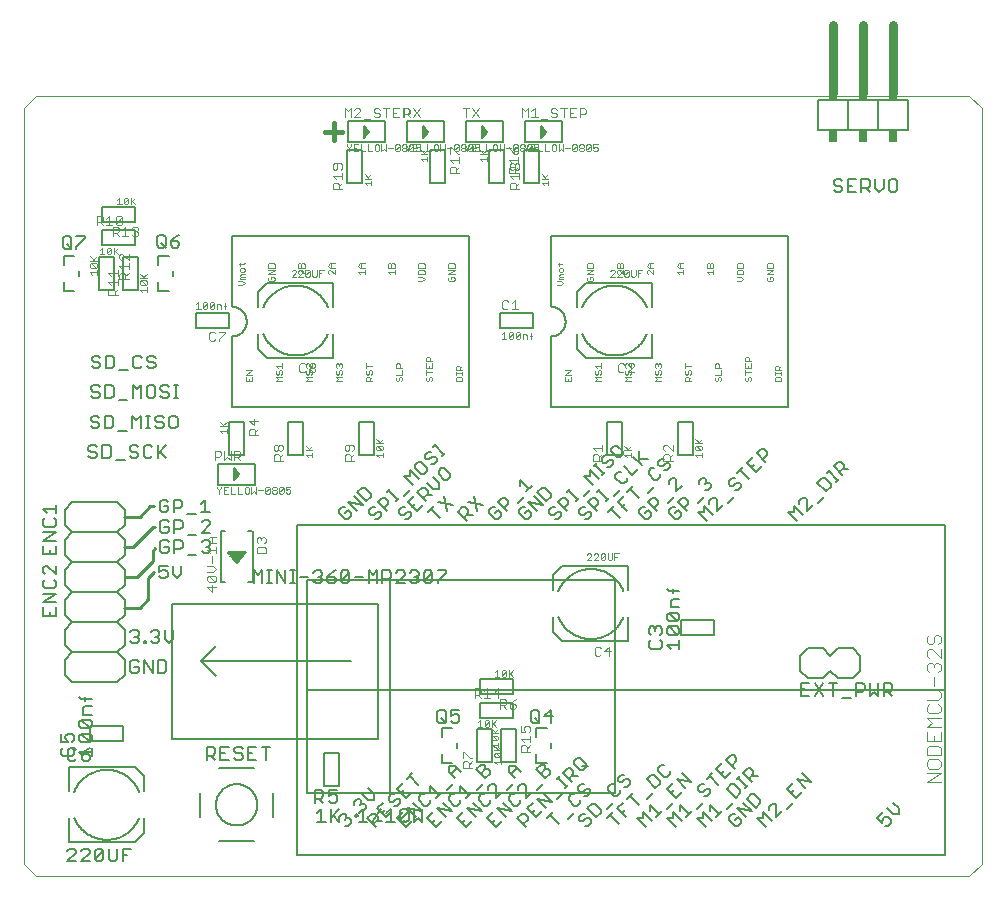
<source format=gto>
G75*
%MOIN*%
%OFA0B0*%
%FSLAX25Y25*%
%IPPOS*%
%LPD*%
%AMOC8*
5,1,8,0,0,1.08239X$1,22.5*
%
%ADD10C,0.00000*%
%ADD11C,0.01500*%
%ADD12C,0.00800*%
%ADD13C,0.01000*%
%ADD14C,0.00500*%
%ADD15C,0.00400*%
%ADD16C,0.00600*%
%ADD17C,0.00200*%
%ADD18C,0.00300*%
%ADD19C,0.03000*%
%ADD20R,0.03000X0.02000*%
%ADD21R,0.03000X0.04000*%
D10*
X0001000Y0004937D02*
X0001000Y0256906D01*
X0004937Y0260843D01*
X0315961Y0260843D01*
X0320409Y0256906D01*
X0320409Y0004937D01*
X0315961Y0001000D01*
X0004937Y0001000D01*
X0001000Y0004937D01*
D11*
X0104192Y0246081D02*
X0104192Y0251753D01*
X0101356Y0248917D02*
X0107028Y0248917D01*
D12*
X0104051Y0198539D02*
X0082051Y0198539D01*
X0079051Y0195539D01*
X0079051Y0190539D01*
X0079051Y0181539D02*
X0079051Y0176539D01*
X0082051Y0173539D01*
X0104051Y0173539D01*
X0104051Y0181539D01*
X0104051Y0190539D02*
X0104051Y0198539D01*
X0102351Y0190439D02*
X0102240Y0190701D01*
X0102123Y0190961D01*
X0102000Y0191217D01*
X0101871Y0191471D01*
X0101735Y0191721D01*
X0101593Y0191968D01*
X0101446Y0192211D01*
X0101292Y0192451D01*
X0101133Y0192687D01*
X0100967Y0192919D01*
X0100797Y0193147D01*
X0100620Y0193370D01*
X0100439Y0193589D01*
X0100252Y0193804D01*
X0100060Y0194014D01*
X0099863Y0194219D01*
X0099660Y0194420D01*
X0099453Y0194615D01*
X0099242Y0194806D01*
X0099025Y0194991D01*
X0098805Y0195171D01*
X0098580Y0195345D01*
X0098350Y0195514D01*
X0098117Y0195677D01*
X0097880Y0195834D01*
X0097639Y0195986D01*
X0097394Y0196131D01*
X0097146Y0196271D01*
X0096895Y0196405D01*
X0096640Y0196532D01*
X0096383Y0196653D01*
X0096122Y0196768D01*
X0095859Y0196876D01*
X0095593Y0196978D01*
X0095325Y0197073D01*
X0095055Y0197162D01*
X0094782Y0197244D01*
X0094507Y0197320D01*
X0094231Y0197389D01*
X0093953Y0197451D01*
X0093674Y0197506D01*
X0093394Y0197555D01*
X0093112Y0197596D01*
X0092829Y0197631D01*
X0092546Y0197658D01*
X0092262Y0197679D01*
X0091978Y0197693D01*
X0091693Y0197700D01*
X0091409Y0197700D01*
X0091124Y0197693D01*
X0090840Y0197679D01*
X0090556Y0197658D01*
X0090273Y0197631D01*
X0089990Y0197596D01*
X0089708Y0197555D01*
X0089428Y0197506D01*
X0089149Y0197451D01*
X0088871Y0197389D01*
X0088595Y0197320D01*
X0088320Y0197244D01*
X0088047Y0197162D01*
X0087777Y0197073D01*
X0087509Y0196978D01*
X0087243Y0196876D01*
X0086980Y0196768D01*
X0086719Y0196653D01*
X0086462Y0196532D01*
X0086207Y0196405D01*
X0085956Y0196271D01*
X0085708Y0196131D01*
X0085463Y0195986D01*
X0085222Y0195834D01*
X0084985Y0195677D01*
X0084752Y0195514D01*
X0084522Y0195345D01*
X0084297Y0195171D01*
X0084077Y0194991D01*
X0083860Y0194806D01*
X0083649Y0194615D01*
X0083442Y0194420D01*
X0083239Y0194219D01*
X0083042Y0194014D01*
X0082850Y0193804D01*
X0082663Y0193589D01*
X0082482Y0193370D01*
X0082305Y0193147D01*
X0082135Y0192919D01*
X0081969Y0192687D01*
X0081810Y0192451D01*
X0081656Y0192211D01*
X0081509Y0191968D01*
X0081367Y0191721D01*
X0081231Y0191471D01*
X0081102Y0191217D01*
X0080979Y0190961D01*
X0080862Y0190701D01*
X0080751Y0190439D01*
X0080751Y0181639D02*
X0080862Y0181377D01*
X0080979Y0181117D01*
X0081102Y0180861D01*
X0081231Y0180607D01*
X0081367Y0180357D01*
X0081509Y0180110D01*
X0081656Y0179867D01*
X0081810Y0179627D01*
X0081969Y0179391D01*
X0082135Y0179159D01*
X0082305Y0178931D01*
X0082482Y0178708D01*
X0082663Y0178489D01*
X0082850Y0178274D01*
X0083042Y0178064D01*
X0083239Y0177859D01*
X0083442Y0177658D01*
X0083649Y0177463D01*
X0083860Y0177272D01*
X0084077Y0177087D01*
X0084297Y0176907D01*
X0084522Y0176733D01*
X0084752Y0176564D01*
X0084985Y0176401D01*
X0085222Y0176244D01*
X0085463Y0176092D01*
X0085708Y0175947D01*
X0085956Y0175807D01*
X0086207Y0175673D01*
X0086462Y0175546D01*
X0086719Y0175425D01*
X0086980Y0175310D01*
X0087243Y0175202D01*
X0087509Y0175100D01*
X0087777Y0175005D01*
X0088047Y0174916D01*
X0088320Y0174834D01*
X0088595Y0174758D01*
X0088871Y0174689D01*
X0089149Y0174627D01*
X0089428Y0174572D01*
X0089708Y0174523D01*
X0089990Y0174482D01*
X0090273Y0174447D01*
X0090556Y0174420D01*
X0090840Y0174399D01*
X0091124Y0174385D01*
X0091409Y0174378D01*
X0091693Y0174378D01*
X0091978Y0174385D01*
X0092262Y0174399D01*
X0092546Y0174420D01*
X0092829Y0174447D01*
X0093112Y0174482D01*
X0093394Y0174523D01*
X0093674Y0174572D01*
X0093953Y0174627D01*
X0094231Y0174689D01*
X0094507Y0174758D01*
X0094782Y0174834D01*
X0095055Y0174916D01*
X0095325Y0175005D01*
X0095593Y0175100D01*
X0095859Y0175202D01*
X0096122Y0175310D01*
X0096383Y0175425D01*
X0096640Y0175546D01*
X0096895Y0175673D01*
X0097146Y0175807D01*
X0097394Y0175947D01*
X0097639Y0176092D01*
X0097880Y0176244D01*
X0098117Y0176401D01*
X0098350Y0176564D01*
X0098580Y0176733D01*
X0098805Y0176907D01*
X0099025Y0177087D01*
X0099242Y0177272D01*
X0099453Y0177463D01*
X0099660Y0177658D01*
X0099863Y0177859D01*
X0100060Y0178064D01*
X0100252Y0178274D01*
X0100439Y0178489D01*
X0100620Y0178708D01*
X0100797Y0178931D01*
X0100967Y0179159D01*
X0101133Y0179391D01*
X0101292Y0179627D01*
X0101446Y0179867D01*
X0101593Y0180110D01*
X0101735Y0180357D01*
X0101871Y0180607D01*
X0102000Y0180861D01*
X0102123Y0181117D01*
X0102240Y0181377D01*
X0102351Y0181639D01*
X0138359Y0144948D02*
X0137368Y0143958D01*
X0137864Y0144453D02*
X0140836Y0141481D01*
X0140341Y0140985D02*
X0141332Y0141976D01*
X0138572Y0140207D02*
X0138572Y0139216D01*
X0137581Y0138225D01*
X0136590Y0138225D01*
X0136095Y0139711D02*
X0137085Y0140702D01*
X0138076Y0140702D01*
X0138572Y0140207D01*
X0136095Y0139711D02*
X0135104Y0139711D01*
X0134608Y0140207D01*
X0134608Y0141198D01*
X0135599Y0142188D01*
X0136590Y0142188D01*
X0133335Y0138933D02*
X0132344Y0138933D01*
X0131353Y0137942D01*
X0131353Y0136951D01*
X0133335Y0134970D01*
X0134325Y0134970D01*
X0135316Y0135961D01*
X0135316Y0136951D01*
X0133335Y0138933D01*
X0129584Y0136173D02*
X0129584Y0134191D01*
X0127602Y0134191D01*
X0130574Y0131219D01*
X0129796Y0129450D02*
X0127814Y0127468D01*
X0126140Y0126784D02*
X0125149Y0125793D01*
X0125644Y0126289D02*
X0122672Y0129261D01*
X0122176Y0128766D02*
X0123167Y0129756D01*
X0121398Y0126996D02*
X0122389Y0126005D01*
X0122389Y0125015D01*
X0120902Y0123528D01*
X0121893Y0122538D02*
X0118921Y0125510D01*
X0120407Y0126996D01*
X0121398Y0126996D01*
X0118142Y0123741D02*
X0117152Y0123741D01*
X0116161Y0122750D01*
X0116161Y0121759D01*
X0116656Y0121264D01*
X0117647Y0121264D01*
X0118638Y0122255D01*
X0119629Y0122255D01*
X0120124Y0121759D01*
X0120124Y0120768D01*
X0119133Y0119778D01*
X0118142Y0119778D01*
X0113875Y0124519D02*
X0110902Y0127492D01*
X0112176Y0128766D02*
X0113663Y0130252D01*
X0114653Y0130252D01*
X0116635Y0128270D01*
X0116635Y0127279D01*
X0115149Y0125793D01*
X0112176Y0128766D01*
X0113875Y0124519D02*
X0108921Y0125510D01*
X0111893Y0122538D01*
X0110124Y0121759D02*
X0109133Y0122750D01*
X0108142Y0121759D01*
X0106161Y0121759D02*
X0108142Y0119778D01*
X0109133Y0119778D01*
X0110124Y0120768D01*
X0110124Y0121759D01*
X0108142Y0123741D02*
X0107152Y0123741D01*
X0106161Y0122750D01*
X0106161Y0121759D01*
X0107395Y0102730D02*
X0108796Y0102730D01*
X0109497Y0102029D01*
X0106694Y0099227D01*
X0107395Y0098526D01*
X0108796Y0098526D01*
X0109497Y0099227D01*
X0109497Y0102029D01*
X0107395Y0102730D02*
X0106694Y0102029D01*
X0106694Y0099227D01*
X0104893Y0099227D02*
X0104192Y0098526D01*
X0102791Y0098526D01*
X0102091Y0099227D01*
X0102091Y0100628D01*
X0104192Y0100628D01*
X0104893Y0099927D01*
X0104893Y0099227D01*
X0103492Y0102029D02*
X0102091Y0100628D01*
X0100289Y0101328D02*
X0099588Y0100628D01*
X0100289Y0099927D01*
X0100289Y0099227D01*
X0099588Y0098526D01*
X0098187Y0098526D01*
X0097487Y0099227D01*
X0098888Y0100628D02*
X0099588Y0100628D01*
X0100289Y0101328D02*
X0100289Y0102029D01*
X0099588Y0102730D01*
X0098187Y0102730D01*
X0097487Y0102029D01*
X0095685Y0100628D02*
X0092883Y0100628D01*
X0091215Y0102730D02*
X0089813Y0102730D01*
X0090514Y0102730D02*
X0090514Y0098526D01*
X0089813Y0098526D02*
X0091215Y0098526D01*
X0088012Y0098526D02*
X0088012Y0102730D01*
X0085209Y0102730D02*
X0088012Y0098526D01*
X0085209Y0098526D02*
X0085209Y0102730D01*
X0083541Y0102730D02*
X0082140Y0102730D01*
X0082841Y0102730D02*
X0082841Y0098526D01*
X0083541Y0098526D02*
X0082140Y0098526D01*
X0080339Y0098526D02*
X0080339Y0102730D01*
X0078937Y0101328D01*
X0077536Y0102730D01*
X0077536Y0098526D01*
X0063054Y0109266D02*
X0062353Y0108565D01*
X0060952Y0108565D01*
X0060251Y0109266D01*
X0061652Y0110667D02*
X0062353Y0110667D01*
X0063054Y0109967D01*
X0063054Y0109266D01*
X0062353Y0110667D02*
X0063054Y0111368D01*
X0063054Y0112068D01*
X0062353Y0112769D01*
X0060952Y0112769D01*
X0060251Y0112068D01*
X0058450Y0114558D02*
X0055647Y0114558D01*
X0053846Y0112068D02*
X0053846Y0110667D01*
X0053145Y0109967D01*
X0051043Y0109967D01*
X0051043Y0108565D02*
X0051043Y0112769D01*
X0053145Y0112769D01*
X0053846Y0112068D01*
X0051043Y0115258D02*
X0051043Y0119462D01*
X0053145Y0119462D01*
X0053846Y0118761D01*
X0053846Y0117360D01*
X0053145Y0116659D01*
X0051043Y0116659D01*
X0049242Y0115959D02*
X0049242Y0117360D01*
X0047841Y0117360D01*
X0049242Y0115959D02*
X0048541Y0115258D01*
X0047140Y0115258D01*
X0046439Y0115959D01*
X0046439Y0118761D01*
X0047140Y0119462D01*
X0048541Y0119462D01*
X0049242Y0118761D01*
X0048384Y0122109D02*
X0046982Y0122109D01*
X0046282Y0122809D01*
X0046282Y0125612D01*
X0046982Y0126312D01*
X0048384Y0126312D01*
X0049084Y0125612D01*
X0049084Y0124210D02*
X0047683Y0124210D01*
X0049084Y0124210D02*
X0049084Y0122809D01*
X0048384Y0122109D01*
X0050886Y0122109D02*
X0050886Y0126312D01*
X0052988Y0126312D01*
X0053688Y0125612D01*
X0053688Y0124210D01*
X0052988Y0123510D01*
X0050886Y0123510D01*
X0055490Y0121408D02*
X0058292Y0121408D01*
X0060094Y0122109D02*
X0062896Y0122109D01*
X0061495Y0122109D02*
X0061495Y0126312D01*
X0060094Y0124911D01*
X0060952Y0119462D02*
X0060251Y0118761D01*
X0060952Y0119462D02*
X0062353Y0119462D01*
X0063054Y0118761D01*
X0063054Y0118061D01*
X0060251Y0115258D01*
X0063054Y0115258D01*
X0058450Y0107865D02*
X0055647Y0107865D01*
X0053452Y0104344D02*
X0053452Y0101541D01*
X0052051Y0100140D01*
X0050650Y0101541D01*
X0050650Y0104344D01*
X0048848Y0104344D02*
X0046046Y0104344D01*
X0046046Y0102242D01*
X0047447Y0102943D01*
X0048147Y0102943D01*
X0048848Y0102242D01*
X0048848Y0100841D01*
X0048147Y0100140D01*
X0046746Y0100140D01*
X0046046Y0100841D01*
X0047140Y0108565D02*
X0048541Y0108565D01*
X0049242Y0109266D01*
X0049242Y0110667D01*
X0047841Y0110667D01*
X0049242Y0112068D02*
X0048541Y0112769D01*
X0047140Y0112769D01*
X0046439Y0112068D01*
X0046439Y0109266D01*
X0047140Y0108565D01*
X0047949Y0082769D02*
X0047949Y0079967D01*
X0049350Y0078565D01*
X0050752Y0079967D01*
X0050752Y0082769D01*
X0046148Y0082068D02*
X0046148Y0081368D01*
X0045447Y0080667D01*
X0046148Y0079967D01*
X0046148Y0079266D01*
X0045447Y0078565D01*
X0044046Y0078565D01*
X0043345Y0079266D01*
X0041744Y0079266D02*
X0041744Y0078565D01*
X0041043Y0078565D01*
X0041043Y0079266D01*
X0041744Y0079266D01*
X0039242Y0079266D02*
X0038541Y0078565D01*
X0037140Y0078565D01*
X0036439Y0079266D01*
X0037841Y0080667D02*
X0038541Y0080667D01*
X0039242Y0079967D01*
X0039242Y0079266D01*
X0038541Y0080667D02*
X0039242Y0081368D01*
X0039242Y0082068D01*
X0038541Y0082769D01*
X0037140Y0082769D01*
X0036439Y0082068D01*
X0043345Y0082068D02*
X0044046Y0082769D01*
X0045447Y0082769D01*
X0046148Y0082068D01*
X0045447Y0080667D02*
X0044746Y0080667D01*
X0043846Y0072769D02*
X0043846Y0068565D01*
X0041043Y0072769D01*
X0041043Y0068565D01*
X0039242Y0069266D02*
X0039242Y0070667D01*
X0037841Y0070667D01*
X0039242Y0069266D02*
X0038541Y0068565D01*
X0037140Y0068565D01*
X0036439Y0069266D01*
X0036439Y0072068D01*
X0037140Y0072769D01*
X0038541Y0072769D01*
X0039242Y0072068D01*
X0045647Y0072769D02*
X0045647Y0068565D01*
X0047749Y0068565D01*
X0048450Y0069266D01*
X0048450Y0072068D01*
X0047749Y0072769D01*
X0045647Y0072769D01*
X0023592Y0060004D02*
X0020089Y0060004D01*
X0019389Y0060705D01*
X0021490Y0060705D02*
X0021490Y0059304D01*
X0021490Y0057502D02*
X0023592Y0057502D01*
X0021490Y0057502D02*
X0020790Y0056802D01*
X0020790Y0054700D01*
X0023592Y0054700D01*
X0022892Y0052898D02*
X0023592Y0052198D01*
X0023592Y0050797D01*
X0022892Y0050096D01*
X0020089Y0052898D01*
X0022892Y0052898D01*
X0022892Y0050096D02*
X0020089Y0050096D01*
X0019389Y0050797D01*
X0019389Y0052198D01*
X0020089Y0052898D01*
X0020089Y0048295D02*
X0022892Y0045492D01*
X0023592Y0046193D01*
X0023592Y0047594D01*
X0022892Y0048295D01*
X0020089Y0048295D01*
X0019389Y0047594D01*
X0019389Y0046193D01*
X0020089Y0045492D01*
X0022892Y0045492D01*
X0023592Y0043691D02*
X0023592Y0040888D01*
X0023019Y0040715D02*
X0022318Y0041415D01*
X0020217Y0041415D01*
X0020217Y0040014D01*
X0020917Y0039313D01*
X0022318Y0039313D01*
X0023019Y0040014D01*
X0023019Y0040715D01*
X0023592Y0042289D02*
X0019389Y0042289D01*
X0020790Y0040888D01*
X0020217Y0041415D02*
X0021618Y0042816D01*
X0023019Y0043517D01*
X0018415Y0042816D02*
X0017714Y0043517D01*
X0016313Y0043517D01*
X0015613Y0042816D01*
X0015613Y0040014D01*
X0016313Y0039313D01*
X0017714Y0039313D01*
X0018415Y0040014D01*
X0016947Y0040888D02*
X0014144Y0040888D01*
X0013444Y0041589D01*
X0013444Y0042990D01*
X0014144Y0043691D01*
X0013444Y0045492D02*
X0015545Y0045492D01*
X0014845Y0046893D01*
X0014845Y0047594D01*
X0015545Y0048295D01*
X0016947Y0048295D01*
X0017647Y0047594D01*
X0017647Y0046193D01*
X0016947Y0045492D01*
X0016947Y0043691D02*
X0017647Y0042990D01*
X0017647Y0041589D01*
X0016947Y0040888D01*
X0016059Y0037122D02*
X0016059Y0029122D01*
X0016059Y0037122D02*
X0038059Y0037122D01*
X0041059Y0034122D01*
X0041059Y0029122D01*
X0041059Y0020122D02*
X0041059Y0015122D01*
X0038059Y0012122D01*
X0016059Y0012122D01*
X0016059Y0020122D01*
X0016175Y0009993D02*
X0015475Y0009293D01*
X0016175Y0009993D02*
X0017577Y0009993D01*
X0018277Y0009293D01*
X0018277Y0008592D01*
X0015475Y0005790D01*
X0018277Y0005790D01*
X0020079Y0005790D02*
X0022881Y0008592D01*
X0022881Y0009293D01*
X0022181Y0009993D01*
X0020779Y0009993D01*
X0020079Y0009293D01*
X0024683Y0009293D02*
X0024683Y0006490D01*
X0027485Y0009293D01*
X0027485Y0006490D01*
X0026784Y0005790D01*
X0025383Y0005790D01*
X0024683Y0006490D01*
X0022881Y0005790D02*
X0020079Y0005790D01*
X0024683Y0009293D02*
X0025383Y0009993D01*
X0026784Y0009993D01*
X0027485Y0009293D01*
X0029287Y0009993D02*
X0029287Y0006490D01*
X0029987Y0005790D01*
X0031388Y0005790D01*
X0032089Y0006490D01*
X0032089Y0009993D01*
X0033891Y0009993D02*
X0036693Y0009993D01*
X0035292Y0007892D02*
X0033891Y0007892D01*
X0033891Y0009993D02*
X0033891Y0005790D01*
X0039359Y0029022D02*
X0039248Y0029284D01*
X0039131Y0029544D01*
X0039008Y0029800D01*
X0038879Y0030054D01*
X0038743Y0030304D01*
X0038601Y0030551D01*
X0038454Y0030794D01*
X0038300Y0031034D01*
X0038141Y0031270D01*
X0037975Y0031502D01*
X0037805Y0031730D01*
X0037628Y0031953D01*
X0037447Y0032172D01*
X0037260Y0032387D01*
X0037068Y0032597D01*
X0036871Y0032802D01*
X0036668Y0033003D01*
X0036461Y0033198D01*
X0036250Y0033389D01*
X0036033Y0033574D01*
X0035813Y0033754D01*
X0035588Y0033928D01*
X0035358Y0034097D01*
X0035125Y0034260D01*
X0034888Y0034417D01*
X0034647Y0034569D01*
X0034402Y0034714D01*
X0034154Y0034854D01*
X0033903Y0034988D01*
X0033648Y0035115D01*
X0033391Y0035236D01*
X0033130Y0035351D01*
X0032867Y0035459D01*
X0032601Y0035561D01*
X0032333Y0035656D01*
X0032063Y0035745D01*
X0031790Y0035827D01*
X0031515Y0035903D01*
X0031239Y0035972D01*
X0030961Y0036034D01*
X0030682Y0036089D01*
X0030402Y0036138D01*
X0030120Y0036179D01*
X0029837Y0036214D01*
X0029554Y0036241D01*
X0029270Y0036262D01*
X0028986Y0036276D01*
X0028701Y0036283D01*
X0028417Y0036283D01*
X0028132Y0036276D01*
X0027848Y0036262D01*
X0027564Y0036241D01*
X0027281Y0036214D01*
X0026998Y0036179D01*
X0026716Y0036138D01*
X0026436Y0036089D01*
X0026157Y0036034D01*
X0025879Y0035972D01*
X0025603Y0035903D01*
X0025328Y0035827D01*
X0025055Y0035745D01*
X0024785Y0035656D01*
X0024517Y0035561D01*
X0024251Y0035459D01*
X0023988Y0035351D01*
X0023727Y0035236D01*
X0023470Y0035115D01*
X0023215Y0034988D01*
X0022964Y0034854D01*
X0022716Y0034714D01*
X0022471Y0034569D01*
X0022230Y0034417D01*
X0021993Y0034260D01*
X0021760Y0034097D01*
X0021530Y0033928D01*
X0021305Y0033754D01*
X0021085Y0033574D01*
X0020868Y0033389D01*
X0020657Y0033198D01*
X0020450Y0033003D01*
X0020247Y0032802D01*
X0020050Y0032597D01*
X0019858Y0032387D01*
X0019671Y0032172D01*
X0019490Y0031953D01*
X0019313Y0031730D01*
X0019143Y0031502D01*
X0018977Y0031270D01*
X0018818Y0031034D01*
X0018664Y0030794D01*
X0018517Y0030551D01*
X0018375Y0030304D01*
X0018239Y0030054D01*
X0018110Y0029800D01*
X0017987Y0029544D01*
X0017870Y0029284D01*
X0017759Y0029022D01*
X0017759Y0020222D02*
X0017870Y0019960D01*
X0017987Y0019700D01*
X0018110Y0019444D01*
X0018239Y0019190D01*
X0018375Y0018940D01*
X0018517Y0018693D01*
X0018664Y0018450D01*
X0018818Y0018210D01*
X0018977Y0017974D01*
X0019143Y0017742D01*
X0019313Y0017514D01*
X0019490Y0017291D01*
X0019671Y0017072D01*
X0019858Y0016857D01*
X0020050Y0016647D01*
X0020247Y0016442D01*
X0020450Y0016241D01*
X0020657Y0016046D01*
X0020868Y0015855D01*
X0021085Y0015670D01*
X0021305Y0015490D01*
X0021530Y0015316D01*
X0021760Y0015147D01*
X0021993Y0014984D01*
X0022230Y0014827D01*
X0022471Y0014675D01*
X0022716Y0014530D01*
X0022964Y0014390D01*
X0023215Y0014256D01*
X0023470Y0014129D01*
X0023727Y0014008D01*
X0023988Y0013893D01*
X0024251Y0013785D01*
X0024517Y0013683D01*
X0024785Y0013588D01*
X0025055Y0013499D01*
X0025328Y0013417D01*
X0025603Y0013341D01*
X0025879Y0013272D01*
X0026157Y0013210D01*
X0026436Y0013155D01*
X0026716Y0013106D01*
X0026998Y0013065D01*
X0027281Y0013030D01*
X0027564Y0013003D01*
X0027848Y0012982D01*
X0028132Y0012968D01*
X0028417Y0012961D01*
X0028701Y0012961D01*
X0028986Y0012968D01*
X0029270Y0012982D01*
X0029554Y0013003D01*
X0029837Y0013030D01*
X0030120Y0013065D01*
X0030402Y0013106D01*
X0030682Y0013155D01*
X0030961Y0013210D01*
X0031239Y0013272D01*
X0031515Y0013341D01*
X0031790Y0013417D01*
X0032063Y0013499D01*
X0032333Y0013588D01*
X0032601Y0013683D01*
X0032867Y0013785D01*
X0033130Y0013893D01*
X0033391Y0014008D01*
X0033648Y0014129D01*
X0033903Y0014256D01*
X0034154Y0014390D01*
X0034402Y0014530D01*
X0034647Y0014675D01*
X0034888Y0014827D01*
X0035125Y0014984D01*
X0035358Y0015147D01*
X0035588Y0015316D01*
X0035813Y0015490D01*
X0036033Y0015670D01*
X0036250Y0015855D01*
X0036461Y0016046D01*
X0036668Y0016241D01*
X0036871Y0016442D01*
X0037068Y0016647D01*
X0037260Y0016857D01*
X0037447Y0017072D01*
X0037628Y0017291D01*
X0037805Y0017514D01*
X0037975Y0017742D01*
X0038141Y0017974D01*
X0038300Y0018210D01*
X0038454Y0018450D01*
X0038601Y0018693D01*
X0038743Y0018940D01*
X0038879Y0019190D01*
X0039008Y0019444D01*
X0039131Y0019700D01*
X0039248Y0019960D01*
X0039359Y0020222D01*
X0059661Y0020685D02*
X0059661Y0028559D01*
X0065961Y0036827D02*
X0077772Y0036827D01*
X0078487Y0039628D02*
X0075684Y0039628D01*
X0075684Y0043832D01*
X0078487Y0043832D01*
X0080288Y0043832D02*
X0083091Y0043832D01*
X0081689Y0043832D02*
X0081689Y0039628D01*
X0077085Y0041730D02*
X0075684Y0041730D01*
X0073883Y0041030D02*
X0073883Y0040329D01*
X0073182Y0039628D01*
X0071781Y0039628D01*
X0071080Y0040329D01*
X0071781Y0041730D02*
X0073182Y0041730D01*
X0073883Y0041030D01*
X0073883Y0043131D02*
X0073182Y0043832D01*
X0071781Y0043832D01*
X0071080Y0043131D01*
X0071080Y0042431D01*
X0071781Y0041730D01*
X0069279Y0039628D02*
X0066476Y0039628D01*
X0066476Y0043832D01*
X0069279Y0043832D01*
X0067878Y0041730D02*
X0066476Y0041730D01*
X0064675Y0041730D02*
X0063974Y0041030D01*
X0061872Y0041030D01*
X0063274Y0041030D02*
X0064675Y0039628D01*
X0064675Y0041730D02*
X0064675Y0043131D01*
X0063974Y0043832D01*
X0061872Y0043832D01*
X0061872Y0039628D01*
X0064976Y0024622D02*
X0064978Y0024791D01*
X0064984Y0024960D01*
X0064995Y0025129D01*
X0065009Y0025297D01*
X0065028Y0025465D01*
X0065051Y0025633D01*
X0065077Y0025800D01*
X0065108Y0025966D01*
X0065143Y0026132D01*
X0065182Y0026296D01*
X0065226Y0026460D01*
X0065273Y0026622D01*
X0065324Y0026783D01*
X0065379Y0026943D01*
X0065438Y0027102D01*
X0065500Y0027259D01*
X0065567Y0027414D01*
X0065638Y0027568D01*
X0065712Y0027720D01*
X0065790Y0027870D01*
X0065871Y0028018D01*
X0065956Y0028164D01*
X0066045Y0028308D01*
X0066137Y0028450D01*
X0066233Y0028589D01*
X0066332Y0028726D01*
X0066434Y0028861D01*
X0066540Y0028993D01*
X0066649Y0029122D01*
X0066761Y0029249D01*
X0066876Y0029373D01*
X0066994Y0029494D01*
X0067115Y0029612D01*
X0067239Y0029727D01*
X0067366Y0029839D01*
X0067495Y0029948D01*
X0067627Y0030054D01*
X0067762Y0030156D01*
X0067899Y0030255D01*
X0068038Y0030351D01*
X0068180Y0030443D01*
X0068324Y0030532D01*
X0068470Y0030617D01*
X0068618Y0030698D01*
X0068768Y0030776D01*
X0068920Y0030850D01*
X0069074Y0030921D01*
X0069229Y0030988D01*
X0069386Y0031050D01*
X0069545Y0031109D01*
X0069705Y0031164D01*
X0069866Y0031215D01*
X0070028Y0031262D01*
X0070192Y0031306D01*
X0070356Y0031345D01*
X0070522Y0031380D01*
X0070688Y0031411D01*
X0070855Y0031437D01*
X0071023Y0031460D01*
X0071191Y0031479D01*
X0071359Y0031493D01*
X0071528Y0031504D01*
X0071697Y0031510D01*
X0071866Y0031512D01*
X0072035Y0031510D01*
X0072204Y0031504D01*
X0072373Y0031493D01*
X0072541Y0031479D01*
X0072709Y0031460D01*
X0072877Y0031437D01*
X0073044Y0031411D01*
X0073210Y0031380D01*
X0073376Y0031345D01*
X0073540Y0031306D01*
X0073704Y0031262D01*
X0073866Y0031215D01*
X0074027Y0031164D01*
X0074187Y0031109D01*
X0074346Y0031050D01*
X0074503Y0030988D01*
X0074658Y0030921D01*
X0074812Y0030850D01*
X0074964Y0030776D01*
X0075114Y0030698D01*
X0075262Y0030617D01*
X0075408Y0030532D01*
X0075552Y0030443D01*
X0075694Y0030351D01*
X0075833Y0030255D01*
X0075970Y0030156D01*
X0076105Y0030054D01*
X0076237Y0029948D01*
X0076366Y0029839D01*
X0076493Y0029727D01*
X0076617Y0029612D01*
X0076738Y0029494D01*
X0076856Y0029373D01*
X0076971Y0029249D01*
X0077083Y0029122D01*
X0077192Y0028993D01*
X0077298Y0028861D01*
X0077400Y0028726D01*
X0077499Y0028589D01*
X0077595Y0028450D01*
X0077687Y0028308D01*
X0077776Y0028164D01*
X0077861Y0028018D01*
X0077942Y0027870D01*
X0078020Y0027720D01*
X0078094Y0027568D01*
X0078165Y0027414D01*
X0078232Y0027259D01*
X0078294Y0027102D01*
X0078353Y0026943D01*
X0078408Y0026783D01*
X0078459Y0026622D01*
X0078506Y0026460D01*
X0078550Y0026296D01*
X0078589Y0026132D01*
X0078624Y0025966D01*
X0078655Y0025800D01*
X0078681Y0025633D01*
X0078704Y0025465D01*
X0078723Y0025297D01*
X0078737Y0025129D01*
X0078748Y0024960D01*
X0078754Y0024791D01*
X0078756Y0024622D01*
X0078754Y0024453D01*
X0078748Y0024284D01*
X0078737Y0024115D01*
X0078723Y0023947D01*
X0078704Y0023779D01*
X0078681Y0023611D01*
X0078655Y0023444D01*
X0078624Y0023278D01*
X0078589Y0023112D01*
X0078550Y0022948D01*
X0078506Y0022784D01*
X0078459Y0022622D01*
X0078408Y0022461D01*
X0078353Y0022301D01*
X0078294Y0022142D01*
X0078232Y0021985D01*
X0078165Y0021830D01*
X0078094Y0021676D01*
X0078020Y0021524D01*
X0077942Y0021374D01*
X0077861Y0021226D01*
X0077776Y0021080D01*
X0077687Y0020936D01*
X0077595Y0020794D01*
X0077499Y0020655D01*
X0077400Y0020518D01*
X0077298Y0020383D01*
X0077192Y0020251D01*
X0077083Y0020122D01*
X0076971Y0019995D01*
X0076856Y0019871D01*
X0076738Y0019750D01*
X0076617Y0019632D01*
X0076493Y0019517D01*
X0076366Y0019405D01*
X0076237Y0019296D01*
X0076105Y0019190D01*
X0075970Y0019088D01*
X0075833Y0018989D01*
X0075694Y0018893D01*
X0075552Y0018801D01*
X0075408Y0018712D01*
X0075262Y0018627D01*
X0075114Y0018546D01*
X0074964Y0018468D01*
X0074812Y0018394D01*
X0074658Y0018323D01*
X0074503Y0018256D01*
X0074346Y0018194D01*
X0074187Y0018135D01*
X0074027Y0018080D01*
X0073866Y0018029D01*
X0073704Y0017982D01*
X0073540Y0017938D01*
X0073376Y0017899D01*
X0073210Y0017864D01*
X0073044Y0017833D01*
X0072877Y0017807D01*
X0072709Y0017784D01*
X0072541Y0017765D01*
X0072373Y0017751D01*
X0072204Y0017740D01*
X0072035Y0017734D01*
X0071866Y0017732D01*
X0071697Y0017734D01*
X0071528Y0017740D01*
X0071359Y0017751D01*
X0071191Y0017765D01*
X0071023Y0017784D01*
X0070855Y0017807D01*
X0070688Y0017833D01*
X0070522Y0017864D01*
X0070356Y0017899D01*
X0070192Y0017938D01*
X0070028Y0017982D01*
X0069866Y0018029D01*
X0069705Y0018080D01*
X0069545Y0018135D01*
X0069386Y0018194D01*
X0069229Y0018256D01*
X0069074Y0018323D01*
X0068920Y0018394D01*
X0068768Y0018468D01*
X0068618Y0018546D01*
X0068470Y0018627D01*
X0068324Y0018712D01*
X0068180Y0018801D01*
X0068038Y0018893D01*
X0067899Y0018989D01*
X0067762Y0019088D01*
X0067627Y0019190D01*
X0067495Y0019296D01*
X0067366Y0019405D01*
X0067239Y0019517D01*
X0067115Y0019632D01*
X0066994Y0019750D01*
X0066876Y0019871D01*
X0066761Y0019995D01*
X0066649Y0020122D01*
X0066540Y0020251D01*
X0066434Y0020383D01*
X0066332Y0020518D01*
X0066233Y0020655D01*
X0066137Y0020794D01*
X0066045Y0020936D01*
X0065956Y0021080D01*
X0065871Y0021226D01*
X0065790Y0021374D01*
X0065712Y0021524D01*
X0065638Y0021676D01*
X0065567Y0021830D01*
X0065500Y0021985D01*
X0065438Y0022142D01*
X0065379Y0022301D01*
X0065324Y0022461D01*
X0065273Y0022622D01*
X0065226Y0022784D01*
X0065182Y0022948D01*
X0065143Y0023112D01*
X0065108Y0023278D01*
X0065077Y0023444D01*
X0065051Y0023611D01*
X0065028Y0023779D01*
X0065009Y0023947D01*
X0064995Y0024115D01*
X0064984Y0024284D01*
X0064978Y0024453D01*
X0064976Y0024622D01*
X0065961Y0012417D02*
X0077772Y0012417D01*
X0084071Y0020685D02*
X0084071Y0028559D01*
X0097975Y0029501D02*
X0097975Y0025298D01*
X0097975Y0026699D02*
X0100077Y0026699D01*
X0100777Y0027399D01*
X0100777Y0028801D01*
X0100077Y0029501D01*
X0097975Y0029501D01*
X0099376Y0026699D02*
X0100777Y0025298D01*
X0102579Y0025998D02*
X0103279Y0025298D01*
X0104681Y0025298D01*
X0105381Y0025998D01*
X0105381Y0027399D01*
X0104681Y0028100D01*
X0103980Y0028100D01*
X0102579Y0027399D01*
X0102579Y0029501D01*
X0105381Y0029501D01*
X0106169Y0023163D02*
X0103366Y0020360D01*
X0104067Y0021061D02*
X0106169Y0018959D01*
X0106003Y0019633D02*
X0106003Y0020624D01*
X0106994Y0021615D01*
X0107985Y0021615D01*
X0108480Y0021119D01*
X0108480Y0020129D01*
X0109471Y0020129D01*
X0109966Y0019633D01*
X0109966Y0018642D01*
X0108976Y0017652D01*
X0107985Y0017652D01*
X0107985Y0019633D02*
X0108480Y0020129D01*
X0111240Y0020907D02*
X0111736Y0021402D01*
X0112231Y0020907D01*
X0111736Y0020412D01*
X0111240Y0020907D01*
X0112574Y0021761D02*
X0113975Y0023163D01*
X0113975Y0018959D01*
X0112574Y0018959D02*
X0115376Y0018959D01*
X0115508Y0020129D02*
X0116994Y0021615D01*
X0117985Y0021615D01*
X0118976Y0020624D01*
X0118976Y0019633D01*
X0117490Y0018147D01*
X0117178Y0018959D02*
X0119980Y0023163D01*
X0118763Y0023384D02*
X0121736Y0020412D01*
X0123717Y0022393D01*
X0123183Y0023163D02*
X0123183Y0018959D01*
X0121782Y0018959D02*
X0124584Y0018959D01*
X0125508Y0020129D02*
X0128480Y0017156D01*
X0130462Y0019138D01*
X0130990Y0018959D02*
X0132391Y0020360D01*
X0133792Y0018959D01*
X0133792Y0023163D01*
X0133717Y0022393D02*
X0130745Y0025366D01*
X0132514Y0026144D02*
X0134496Y0024163D01*
X0135487Y0024163D01*
X0136477Y0025153D01*
X0136477Y0026144D01*
X0138247Y0026923D02*
X0140228Y0028904D01*
X0139237Y0027913D02*
X0136265Y0030886D01*
X0136265Y0028904D01*
X0134496Y0028126D02*
X0133505Y0028126D01*
X0132514Y0027135D01*
X0132514Y0026144D01*
X0130990Y0023163D02*
X0130990Y0018959D01*
X0131736Y0020412D02*
X0128763Y0023384D01*
X0133717Y0022393D01*
X0135508Y0020129D02*
X0138480Y0017156D01*
X0140462Y0019138D01*
X0141736Y0020412D02*
X0138763Y0023384D01*
X0143717Y0022393D01*
X0140745Y0025366D01*
X0142514Y0026144D02*
X0144496Y0024163D01*
X0145487Y0024163D01*
X0146477Y0025153D01*
X0146477Y0026144D01*
X0148247Y0026923D02*
X0150228Y0028904D01*
X0149237Y0027913D02*
X0146265Y0030886D01*
X0146265Y0028904D01*
X0144496Y0028126D02*
X0143505Y0028126D01*
X0142514Y0027135D01*
X0142514Y0026144D01*
X0141998Y0029683D02*
X0143979Y0031664D01*
X0144758Y0033434D02*
X0142776Y0035415D01*
X0142776Y0037397D01*
X0144758Y0037397D01*
X0146739Y0035415D01*
X0145253Y0036901D02*
X0143271Y0034920D01*
X0151785Y0036406D02*
X0153271Y0037892D01*
X0154262Y0037892D01*
X0154758Y0037397D01*
X0154758Y0036406D01*
X0153271Y0034920D01*
X0151785Y0036406D02*
X0154758Y0033434D01*
X0156244Y0034920D01*
X0156244Y0035911D01*
X0155748Y0036406D01*
X0154758Y0036406D01*
X0153979Y0031664D02*
X0151998Y0029683D01*
X0153505Y0028126D02*
X0152514Y0027135D01*
X0152514Y0026144D01*
X0154496Y0024163D01*
X0155487Y0024163D01*
X0156477Y0025153D01*
X0156477Y0026144D01*
X0158247Y0026923D02*
X0158247Y0030886D01*
X0157751Y0031381D01*
X0156761Y0031381D01*
X0155770Y0030390D01*
X0155770Y0029400D01*
X0154496Y0028126D02*
X0153505Y0028126D01*
X0150745Y0025366D02*
X0153717Y0022393D01*
X0148763Y0023384D01*
X0151736Y0020412D01*
X0150462Y0019138D02*
X0148480Y0017156D01*
X0145508Y0020129D01*
X0147490Y0022110D01*
X0147985Y0019633D02*
X0146994Y0018642D01*
X0155508Y0020129D02*
X0158480Y0017156D01*
X0160462Y0019138D01*
X0161736Y0020412D02*
X0158763Y0023384D01*
X0163717Y0022393D01*
X0160745Y0025366D01*
X0162514Y0026144D02*
X0164496Y0024163D01*
X0165487Y0024163D01*
X0166477Y0025153D01*
X0166477Y0026144D01*
X0168247Y0026923D02*
X0168247Y0030886D01*
X0167751Y0031381D01*
X0166761Y0031381D01*
X0165770Y0030390D01*
X0165770Y0029400D01*
X0164496Y0028126D02*
X0163505Y0028126D01*
X0162514Y0027135D01*
X0162514Y0026144D01*
X0161998Y0029683D02*
X0163979Y0031664D01*
X0164758Y0033434D02*
X0162776Y0035415D01*
X0162776Y0037397D01*
X0164758Y0037397D01*
X0166739Y0035415D01*
X0165253Y0036901D02*
X0163271Y0034920D01*
X0160228Y0028904D02*
X0158247Y0026923D01*
X0157490Y0022110D02*
X0155508Y0020129D01*
X0156994Y0018642D02*
X0157985Y0019633D01*
X0165508Y0020129D02*
X0166994Y0021615D01*
X0167985Y0021615D01*
X0168976Y0020624D01*
X0168976Y0019633D01*
X0167490Y0018147D01*
X0168480Y0017156D02*
X0165508Y0020129D01*
X0168763Y0023384D02*
X0171736Y0020412D01*
X0173717Y0022393D01*
X0174991Y0023667D02*
X0172019Y0026640D01*
X0176973Y0025649D01*
X0174000Y0028621D01*
X0171998Y0029683D02*
X0173979Y0031664D01*
X0174758Y0033434D02*
X0176244Y0034920D01*
X0176244Y0035911D01*
X0175748Y0036406D01*
X0174758Y0036406D01*
X0173271Y0034920D01*
X0171785Y0036406D02*
X0173271Y0037892D01*
X0174262Y0037892D01*
X0174758Y0037397D01*
X0174758Y0036406D01*
X0174758Y0033434D02*
X0171785Y0036406D01*
X0178530Y0033150D02*
X0179521Y0034141D01*
X0179025Y0033646D02*
X0181998Y0030673D01*
X0181502Y0030178D02*
X0182493Y0031169D01*
X0183672Y0032348D02*
X0180700Y0035321D01*
X0182186Y0036807D01*
X0183177Y0036807D01*
X0184168Y0035816D01*
X0184168Y0034825D01*
X0182682Y0033339D01*
X0183672Y0034330D02*
X0185654Y0034330D01*
X0186433Y0036099D02*
X0184451Y0038081D01*
X0184451Y0039072D01*
X0185442Y0040062D01*
X0186433Y0040062D01*
X0188414Y0038081D01*
X0188414Y0037090D01*
X0187423Y0036099D01*
X0186433Y0036099D01*
X0186928Y0037585D02*
X0188910Y0037585D01*
X0187751Y0031381D02*
X0186761Y0031381D01*
X0185770Y0030390D01*
X0185770Y0029400D01*
X0186265Y0028904D01*
X0187256Y0028904D01*
X0188247Y0029895D01*
X0189237Y0029895D01*
X0189733Y0029400D01*
X0189733Y0028409D01*
X0188742Y0027418D01*
X0187751Y0027418D01*
X0186477Y0026144D02*
X0186477Y0025153D01*
X0185487Y0024163D01*
X0184496Y0024163D01*
X0182514Y0026144D01*
X0182514Y0027135D01*
X0183505Y0028126D01*
X0184496Y0028126D01*
X0180724Y0028409D02*
X0178742Y0026427D01*
X0177490Y0022110D02*
X0175508Y0020129D01*
X0176499Y0021119D02*
X0179471Y0018147D01*
X0182231Y0019916D02*
X0184213Y0021898D01*
X0186003Y0020624D02*
X0186003Y0019633D01*
X0186499Y0019138D01*
X0187490Y0019138D01*
X0188480Y0020129D01*
X0189471Y0020129D01*
X0189966Y0019633D01*
X0189966Y0018642D01*
X0188976Y0017652D01*
X0187985Y0017652D01*
X0186003Y0020624D02*
X0186994Y0021615D01*
X0187985Y0021615D01*
X0188763Y0023384D02*
X0190250Y0024870D01*
X0191240Y0024870D01*
X0193222Y0022889D01*
X0193222Y0021898D01*
X0191736Y0020412D01*
X0188763Y0023384D01*
X0195487Y0023172D02*
X0197468Y0025153D01*
X0198763Y0023384D02*
X0200745Y0025366D01*
X0202019Y0026640D02*
X0204000Y0028621D01*
X0203010Y0027630D02*
X0205982Y0024658D01*
X0207490Y0022110D02*
X0210462Y0019138D01*
X0211736Y0020412D02*
X0213717Y0022393D01*
X0212727Y0021402D02*
X0209754Y0024375D01*
X0209754Y0022393D01*
X0207490Y0022110D02*
X0207490Y0020129D01*
X0205508Y0020129D01*
X0208480Y0017156D01*
X0201736Y0020412D02*
X0198763Y0023384D01*
X0197490Y0022110D02*
X0195508Y0020129D01*
X0196499Y0021119D02*
X0199471Y0018147D01*
X0200250Y0021898D02*
X0201240Y0022889D01*
X0198742Y0027418D02*
X0199733Y0028409D01*
X0199733Y0029400D01*
X0201007Y0030673D02*
X0201998Y0030673D01*
X0202988Y0031664D01*
X0202988Y0032655D01*
X0202493Y0033150D01*
X0201502Y0033150D01*
X0200511Y0032160D01*
X0199521Y0032160D01*
X0199025Y0032655D01*
X0199025Y0033646D01*
X0200016Y0034637D01*
X0201007Y0034637D01*
X0197751Y0031381D02*
X0196761Y0031381D01*
X0195770Y0030390D01*
X0195770Y0029400D01*
X0197751Y0027418D01*
X0198742Y0027418D01*
X0208742Y0026427D02*
X0210724Y0028409D01*
X0211502Y0030178D02*
X0212988Y0031664D01*
X0212988Y0032655D01*
X0211007Y0034637D01*
X0210016Y0034637D01*
X0208530Y0033150D01*
X0211502Y0030178D01*
X0215274Y0029895D02*
X0218247Y0026923D01*
X0220228Y0028904D01*
X0221502Y0030178D02*
X0218530Y0033150D01*
X0223484Y0032160D01*
X0220511Y0035132D01*
X0216244Y0034920D02*
X0216244Y0035911D01*
X0216244Y0034920D02*
X0215253Y0033929D01*
X0214262Y0033929D01*
X0212281Y0035911D01*
X0212281Y0036901D01*
X0213271Y0037892D01*
X0214262Y0037892D01*
X0217256Y0031877D02*
X0215274Y0029895D01*
X0216761Y0028409D02*
X0217751Y0029400D01*
X0217468Y0025153D02*
X0215487Y0023172D01*
X0217490Y0022110D02*
X0220462Y0019138D01*
X0221736Y0020412D02*
X0223717Y0022393D01*
X0222727Y0021402D02*
X0219754Y0024375D01*
X0219754Y0022393D01*
X0217490Y0022110D02*
X0217490Y0020129D01*
X0215508Y0020129D01*
X0218480Y0017156D01*
X0225508Y0020129D02*
X0227490Y0020129D01*
X0227490Y0022110D01*
X0230462Y0019138D01*
X0231736Y0020412D02*
X0233717Y0022393D01*
X0232727Y0021402D02*
X0229754Y0024375D01*
X0229754Y0022393D01*
X0227468Y0025153D02*
X0225487Y0023172D01*
X0225508Y0020129D02*
X0228480Y0017156D01*
X0236003Y0019633D02*
X0237985Y0017652D01*
X0238976Y0017652D01*
X0239966Y0018642D01*
X0239966Y0019633D01*
X0238976Y0020624D01*
X0237985Y0019633D01*
X0236003Y0019633D02*
X0236003Y0020624D01*
X0236994Y0021615D01*
X0237985Y0021615D01*
X0238763Y0023384D02*
X0243717Y0022393D01*
X0240745Y0025366D01*
X0242019Y0026640D02*
X0243505Y0028126D01*
X0244496Y0028126D01*
X0246477Y0026144D01*
X0246477Y0025153D01*
X0244991Y0023667D01*
X0242019Y0026640D01*
X0239733Y0028409D02*
X0239733Y0029400D01*
X0237751Y0031381D01*
X0236761Y0031381D01*
X0235274Y0029895D01*
X0238247Y0026923D01*
X0239733Y0028409D01*
X0241502Y0030178D02*
X0242493Y0031169D01*
X0241998Y0030673D02*
X0239025Y0033646D01*
X0238530Y0033150D02*
X0239521Y0034141D01*
X0240700Y0035321D02*
X0242186Y0036807D01*
X0243177Y0036807D01*
X0244168Y0035816D01*
X0244168Y0034825D01*
X0242682Y0033339D01*
X0243672Y0032348D02*
X0240700Y0035321D01*
X0238013Y0036689D02*
X0235041Y0039661D01*
X0236527Y0041148D01*
X0237518Y0041148D01*
X0238508Y0040157D01*
X0238508Y0039166D01*
X0237022Y0037680D01*
X0236739Y0035415D02*
X0234758Y0033434D01*
X0231785Y0036406D01*
X0233767Y0038388D01*
X0234262Y0035911D02*
X0233271Y0034920D01*
X0230511Y0035132D02*
X0228530Y0033150D01*
X0229521Y0034141D02*
X0232493Y0031169D01*
X0229733Y0029400D02*
X0229733Y0028409D01*
X0228742Y0027418D01*
X0227751Y0027418D01*
X0227256Y0028904D02*
X0228247Y0029895D01*
X0229237Y0029895D01*
X0229733Y0029400D01*
X0227256Y0028904D02*
X0226265Y0028904D01*
X0225770Y0029400D01*
X0225770Y0030390D01*
X0226761Y0031381D01*
X0227751Y0031381D01*
X0235487Y0023172D02*
X0237468Y0025153D01*
X0238763Y0023384D02*
X0241736Y0020412D01*
X0245508Y0020129D02*
X0247490Y0020129D01*
X0247490Y0022110D01*
X0250462Y0019138D01*
X0251736Y0020412D02*
X0251736Y0024375D01*
X0251240Y0024870D01*
X0250250Y0024870D01*
X0249259Y0023879D01*
X0249259Y0022889D01*
X0251736Y0020412D02*
X0253717Y0022393D01*
X0255487Y0023172D02*
X0257468Y0025153D01*
X0258247Y0026923D02*
X0260228Y0028904D01*
X0261502Y0030178D02*
X0258530Y0033150D01*
X0263484Y0032160D01*
X0260511Y0035132D01*
X0257256Y0031877D02*
X0255274Y0029895D01*
X0258247Y0026923D01*
X0256761Y0028409D02*
X0257751Y0029400D01*
X0245654Y0034330D02*
X0243672Y0034330D01*
X0245508Y0020129D02*
X0248480Y0017156D01*
X0285508Y0020129D02*
X0286994Y0018642D01*
X0287490Y0020129D01*
X0287985Y0020624D01*
X0288976Y0020624D01*
X0289966Y0019633D01*
X0289966Y0018642D01*
X0288976Y0017652D01*
X0287985Y0017652D01*
X0285508Y0020129D02*
X0287490Y0022110D01*
X0288763Y0023384D02*
X0290745Y0021402D01*
X0292727Y0021402D01*
X0292727Y0023384D01*
X0290745Y0025366D01*
X0290401Y0060962D02*
X0289000Y0062363D01*
X0289700Y0062363D02*
X0287599Y0062363D01*
X0287599Y0060962D02*
X0287599Y0065166D01*
X0289700Y0065166D01*
X0290401Y0064465D01*
X0290401Y0063064D01*
X0289700Y0062363D01*
X0285797Y0060962D02*
X0285797Y0065166D01*
X0282995Y0065166D02*
X0282995Y0060962D01*
X0284396Y0062363D01*
X0285797Y0060962D01*
X0281193Y0063064D02*
X0280493Y0062363D01*
X0278391Y0062363D01*
X0278391Y0060962D02*
X0278391Y0065166D01*
X0280493Y0065166D01*
X0281193Y0064465D01*
X0281193Y0063064D01*
X0276589Y0060262D02*
X0273787Y0060262D01*
X0270584Y0060962D02*
X0270584Y0065166D01*
X0269183Y0065166D02*
X0271985Y0065166D01*
X0272280Y0066866D02*
X0269780Y0069366D01*
X0267280Y0066866D01*
X0262280Y0066866D01*
X0259780Y0069366D01*
X0259780Y0074366D01*
X0262280Y0076866D01*
X0267280Y0076866D01*
X0269780Y0074366D01*
X0272280Y0076866D01*
X0277280Y0076866D01*
X0279780Y0074366D01*
X0279780Y0069366D01*
X0277280Y0066866D01*
X0272280Y0066866D01*
X0267381Y0065166D02*
X0264579Y0060962D01*
X0262777Y0060962D02*
X0259975Y0060962D01*
X0259975Y0065166D01*
X0262777Y0065166D01*
X0264579Y0065166D02*
X0267381Y0060962D01*
X0261376Y0063064D02*
X0259975Y0063064D01*
X0219498Y0076636D02*
X0219498Y0079439D01*
X0219498Y0078037D02*
X0215294Y0078037D01*
X0216695Y0076636D01*
X0213553Y0077337D02*
X0213553Y0078738D01*
X0212852Y0079439D01*
X0212852Y0081240D02*
X0213553Y0081941D01*
X0213553Y0083342D01*
X0212852Y0084043D01*
X0212152Y0084043D01*
X0211451Y0083342D01*
X0211451Y0082641D01*
X0211451Y0083342D02*
X0210750Y0084043D01*
X0210050Y0084043D01*
X0209349Y0083342D01*
X0209349Y0081941D01*
X0210050Y0081240D01*
X0210050Y0079439D02*
X0209349Y0078738D01*
X0209349Y0077337D01*
X0210050Y0076636D01*
X0212852Y0076636D01*
X0213553Y0077337D01*
X0215995Y0081240D02*
X0215294Y0081941D01*
X0215294Y0083342D01*
X0215995Y0084043D01*
X0218797Y0081240D01*
X0219498Y0081941D01*
X0219498Y0083342D01*
X0218797Y0084043D01*
X0215995Y0084043D01*
X0215995Y0085844D02*
X0215294Y0086545D01*
X0215294Y0087946D01*
X0215995Y0088646D01*
X0218797Y0085844D01*
X0219498Y0086545D01*
X0219498Y0087946D01*
X0218797Y0088646D01*
X0215995Y0088646D01*
X0216695Y0090448D02*
X0216695Y0092550D01*
X0217396Y0093250D01*
X0219498Y0093250D01*
X0219498Y0095753D02*
X0215995Y0095753D01*
X0215294Y0096453D01*
X0217396Y0096453D02*
X0217396Y0095052D01*
X0216695Y0090448D02*
X0219498Y0090448D01*
X0218797Y0085844D02*
X0215995Y0085844D01*
X0215995Y0081240D02*
X0218797Y0081240D01*
X0202476Y0079051D02*
X0202476Y0087051D01*
X0202476Y0079051D02*
X0180476Y0079051D01*
X0177476Y0082051D01*
X0177476Y0087051D01*
X0177476Y0096051D02*
X0177476Y0101051D01*
X0180476Y0104051D01*
X0202476Y0104051D01*
X0202476Y0096051D01*
X0200776Y0095951D02*
X0200665Y0096213D01*
X0200548Y0096473D01*
X0200425Y0096729D01*
X0200296Y0096983D01*
X0200160Y0097233D01*
X0200018Y0097480D01*
X0199871Y0097723D01*
X0199717Y0097963D01*
X0199558Y0098199D01*
X0199392Y0098431D01*
X0199222Y0098659D01*
X0199045Y0098882D01*
X0198864Y0099101D01*
X0198677Y0099316D01*
X0198485Y0099526D01*
X0198288Y0099731D01*
X0198085Y0099932D01*
X0197878Y0100127D01*
X0197667Y0100318D01*
X0197450Y0100503D01*
X0197230Y0100683D01*
X0197005Y0100857D01*
X0196775Y0101026D01*
X0196542Y0101189D01*
X0196305Y0101346D01*
X0196064Y0101498D01*
X0195819Y0101643D01*
X0195571Y0101783D01*
X0195320Y0101917D01*
X0195065Y0102044D01*
X0194808Y0102165D01*
X0194547Y0102280D01*
X0194284Y0102388D01*
X0194018Y0102490D01*
X0193750Y0102585D01*
X0193480Y0102674D01*
X0193207Y0102756D01*
X0192932Y0102832D01*
X0192656Y0102901D01*
X0192378Y0102963D01*
X0192099Y0103018D01*
X0191819Y0103067D01*
X0191537Y0103108D01*
X0191254Y0103143D01*
X0190971Y0103170D01*
X0190687Y0103191D01*
X0190403Y0103205D01*
X0190118Y0103212D01*
X0189834Y0103212D01*
X0189549Y0103205D01*
X0189265Y0103191D01*
X0188981Y0103170D01*
X0188698Y0103143D01*
X0188415Y0103108D01*
X0188133Y0103067D01*
X0187853Y0103018D01*
X0187574Y0102963D01*
X0187296Y0102901D01*
X0187020Y0102832D01*
X0186745Y0102756D01*
X0186472Y0102674D01*
X0186202Y0102585D01*
X0185934Y0102490D01*
X0185668Y0102388D01*
X0185405Y0102280D01*
X0185144Y0102165D01*
X0184887Y0102044D01*
X0184632Y0101917D01*
X0184381Y0101783D01*
X0184133Y0101643D01*
X0183888Y0101498D01*
X0183647Y0101346D01*
X0183410Y0101189D01*
X0183177Y0101026D01*
X0182947Y0100857D01*
X0182722Y0100683D01*
X0182502Y0100503D01*
X0182285Y0100318D01*
X0182074Y0100127D01*
X0181867Y0099932D01*
X0181664Y0099731D01*
X0181467Y0099526D01*
X0181275Y0099316D01*
X0181088Y0099101D01*
X0180907Y0098882D01*
X0180730Y0098659D01*
X0180560Y0098431D01*
X0180394Y0098199D01*
X0180235Y0097963D01*
X0180081Y0097723D01*
X0179934Y0097480D01*
X0179792Y0097233D01*
X0179656Y0096983D01*
X0179527Y0096729D01*
X0179404Y0096473D01*
X0179287Y0096213D01*
X0179176Y0095951D01*
X0179176Y0087151D02*
X0179287Y0086889D01*
X0179404Y0086629D01*
X0179527Y0086373D01*
X0179656Y0086119D01*
X0179792Y0085869D01*
X0179934Y0085622D01*
X0180081Y0085379D01*
X0180235Y0085139D01*
X0180394Y0084903D01*
X0180560Y0084671D01*
X0180730Y0084443D01*
X0180907Y0084220D01*
X0181088Y0084001D01*
X0181275Y0083786D01*
X0181467Y0083576D01*
X0181664Y0083371D01*
X0181867Y0083170D01*
X0182074Y0082975D01*
X0182285Y0082784D01*
X0182502Y0082599D01*
X0182722Y0082419D01*
X0182947Y0082245D01*
X0183177Y0082076D01*
X0183410Y0081913D01*
X0183647Y0081756D01*
X0183888Y0081604D01*
X0184133Y0081459D01*
X0184381Y0081319D01*
X0184632Y0081185D01*
X0184887Y0081058D01*
X0185144Y0080937D01*
X0185405Y0080822D01*
X0185668Y0080714D01*
X0185934Y0080612D01*
X0186202Y0080517D01*
X0186472Y0080428D01*
X0186745Y0080346D01*
X0187020Y0080270D01*
X0187296Y0080201D01*
X0187574Y0080139D01*
X0187853Y0080084D01*
X0188133Y0080035D01*
X0188415Y0079994D01*
X0188698Y0079959D01*
X0188981Y0079932D01*
X0189265Y0079911D01*
X0189549Y0079897D01*
X0189834Y0079890D01*
X0190118Y0079890D01*
X0190403Y0079897D01*
X0190687Y0079911D01*
X0190971Y0079932D01*
X0191254Y0079959D01*
X0191537Y0079994D01*
X0191819Y0080035D01*
X0192099Y0080084D01*
X0192378Y0080139D01*
X0192656Y0080201D01*
X0192932Y0080270D01*
X0193207Y0080346D01*
X0193480Y0080428D01*
X0193750Y0080517D01*
X0194018Y0080612D01*
X0194284Y0080714D01*
X0194547Y0080822D01*
X0194808Y0080937D01*
X0195065Y0081058D01*
X0195320Y0081185D01*
X0195571Y0081319D01*
X0195819Y0081459D01*
X0196064Y0081604D01*
X0196305Y0081756D01*
X0196542Y0081913D01*
X0196775Y0082076D01*
X0197005Y0082245D01*
X0197230Y0082419D01*
X0197450Y0082599D01*
X0197667Y0082784D01*
X0197878Y0082975D01*
X0198085Y0083170D01*
X0198288Y0083371D01*
X0198485Y0083576D01*
X0198677Y0083786D01*
X0198864Y0084001D01*
X0199045Y0084220D01*
X0199222Y0084443D01*
X0199392Y0084671D01*
X0199558Y0084903D01*
X0199717Y0085139D01*
X0199871Y0085379D01*
X0200018Y0085622D01*
X0200160Y0085869D01*
X0200296Y0086119D01*
X0200425Y0086373D01*
X0200548Y0086629D01*
X0200665Y0086889D01*
X0200776Y0087151D01*
X0199629Y0120273D02*
X0196656Y0123245D01*
X0195665Y0122255D02*
X0197647Y0124236D01*
X0198921Y0125510D02*
X0200902Y0127492D01*
X0202176Y0128766D02*
X0204158Y0130747D01*
X0203167Y0129756D02*
X0206140Y0126784D01*
X0208921Y0125510D02*
X0211893Y0122538D01*
X0210902Y0123528D02*
X0212389Y0125015D01*
X0212389Y0126005D01*
X0211398Y0126996D01*
X0210407Y0126996D01*
X0208921Y0125510D01*
X0208142Y0123741D02*
X0207152Y0123741D01*
X0206161Y0122750D01*
X0206161Y0121759D01*
X0208142Y0119778D01*
X0209133Y0119778D01*
X0210124Y0120768D01*
X0210124Y0121759D01*
X0209133Y0122750D01*
X0208142Y0121759D01*
X0201893Y0122538D02*
X0198921Y0125510D01*
X0200407Y0124024D02*
X0201398Y0125015D01*
X0197814Y0127468D02*
X0199796Y0129450D01*
X0200079Y0131714D02*
X0201070Y0131714D01*
X0202061Y0132705D01*
X0202061Y0133696D01*
X0203830Y0134474D02*
X0200858Y0137447D01*
X0200079Y0135677D02*
X0199088Y0135677D01*
X0198097Y0134687D01*
X0198097Y0133696D01*
X0200079Y0131714D01*
X0203830Y0134474D02*
X0205812Y0136456D01*
X0207085Y0137730D02*
X0204113Y0140702D01*
X0206095Y0139711D02*
X0209067Y0139711D01*
X0206095Y0138721D02*
X0206095Y0142684D01*
X0200742Y0142377D02*
X0200742Y0141386D01*
X0199751Y0140396D01*
X0198760Y0140396D01*
X0196779Y0142377D01*
X0196779Y0143368D01*
X0197770Y0144359D01*
X0198760Y0144359D01*
X0200742Y0142377D01*
X0197486Y0139122D02*
X0196991Y0139617D01*
X0196000Y0139617D01*
X0195009Y0138626D01*
X0194019Y0138626D01*
X0193523Y0139122D01*
X0193523Y0140112D01*
X0194514Y0141103D01*
X0195505Y0141103D01*
X0197486Y0139122D02*
X0197486Y0138131D01*
X0196496Y0137140D01*
X0195505Y0137140D01*
X0194821Y0135465D02*
X0193830Y0134474D01*
X0194325Y0134970D02*
X0191353Y0137942D01*
X0190858Y0137447D02*
X0191848Y0138438D01*
X0189584Y0136173D02*
X0189584Y0134191D01*
X0187602Y0134191D01*
X0190574Y0131219D01*
X0189796Y0129450D02*
X0187814Y0127468D01*
X0186140Y0126784D02*
X0185149Y0125793D01*
X0185644Y0126289D02*
X0182672Y0129261D01*
X0182176Y0128766D02*
X0183167Y0129756D01*
X0181398Y0126996D02*
X0182389Y0126005D01*
X0182389Y0125015D01*
X0180902Y0123528D01*
X0181893Y0122538D02*
X0178921Y0125510D01*
X0180407Y0126996D01*
X0181398Y0126996D01*
X0178142Y0123741D02*
X0177152Y0123741D01*
X0176161Y0122750D01*
X0176161Y0121759D01*
X0176656Y0121264D01*
X0177647Y0121264D01*
X0178638Y0122255D01*
X0179629Y0122255D01*
X0180124Y0121759D01*
X0180124Y0120768D01*
X0179133Y0119778D01*
X0178142Y0119778D01*
X0173875Y0124519D02*
X0170902Y0127492D01*
X0172176Y0128766D02*
X0173663Y0130252D01*
X0174653Y0130252D01*
X0176635Y0128270D01*
X0176635Y0127279D01*
X0175149Y0125793D01*
X0172176Y0128766D01*
X0170386Y0131030D02*
X0168404Y0129049D01*
X0169395Y0130039D02*
X0166423Y0133012D01*
X0166423Y0131030D01*
X0167626Y0127279D02*
X0165644Y0125298D01*
X0167152Y0123741D02*
X0166161Y0122750D01*
X0166161Y0121759D01*
X0168142Y0119778D01*
X0169133Y0119778D01*
X0170124Y0120768D01*
X0170124Y0121759D01*
X0169133Y0122750D01*
X0168142Y0121759D01*
X0168142Y0123741D02*
X0167152Y0123741D01*
X0168921Y0125510D02*
X0173875Y0124519D01*
X0171893Y0122538D02*
X0168921Y0125510D01*
X0162389Y0125015D02*
X0160902Y0123528D01*
X0161893Y0122538D02*
X0158921Y0125510D01*
X0160407Y0126996D01*
X0161398Y0126996D01*
X0162389Y0126005D01*
X0162389Y0125015D01*
X0159133Y0122750D02*
X0158142Y0121759D01*
X0159133Y0122750D02*
X0160124Y0121759D01*
X0160124Y0120768D01*
X0159133Y0119778D01*
X0158142Y0119778D01*
X0156161Y0121759D01*
X0156161Y0122750D01*
X0157152Y0123741D01*
X0158142Y0123741D01*
X0153875Y0124519D02*
X0148921Y0125510D01*
X0148142Y0123741D02*
X0149133Y0122750D01*
X0149133Y0121759D01*
X0147647Y0120273D01*
X0148638Y0119282D02*
X0145665Y0122255D01*
X0147152Y0123741D01*
X0148142Y0123741D01*
X0148638Y0121264D02*
X0150619Y0121264D01*
X0151893Y0122538D02*
X0150902Y0127492D01*
X0143875Y0124519D02*
X0138921Y0125510D01*
X0137647Y0124236D02*
X0135665Y0122255D01*
X0136656Y0123245D02*
X0139629Y0120273D01*
X0141893Y0122538D02*
X0140902Y0127492D01*
X0139395Y0130039D02*
X0137413Y0130039D01*
X0135432Y0132021D01*
X0134653Y0130252D02*
X0135644Y0129261D01*
X0135644Y0128270D01*
X0134158Y0126784D01*
X0135149Y0127775D02*
X0137130Y0127775D01*
X0135149Y0125793D02*
X0132176Y0128766D01*
X0133663Y0130252D01*
X0134653Y0130252D01*
X0132556Y0133200D02*
X0129584Y0136173D01*
X0137413Y0134003D02*
X0139395Y0132021D01*
X0139395Y0130039D01*
X0141164Y0132799D02*
X0142155Y0132799D01*
X0143146Y0133790D01*
X0143146Y0134781D01*
X0141164Y0136763D01*
X0140173Y0136763D01*
X0139183Y0135772D01*
X0139183Y0134781D01*
X0141164Y0132799D01*
X0133875Y0124519D02*
X0131893Y0122538D01*
X0128921Y0125510D01*
X0130902Y0127492D01*
X0131398Y0125015D02*
X0130407Y0124024D01*
X0129629Y0122255D02*
X0130124Y0121759D01*
X0130124Y0120768D01*
X0129133Y0119778D01*
X0128142Y0119778D01*
X0127647Y0121264D02*
X0128638Y0122255D01*
X0129629Y0122255D01*
X0128142Y0123741D02*
X0127152Y0123741D01*
X0126161Y0122750D01*
X0126161Y0121759D01*
X0126656Y0121264D01*
X0127647Y0121264D01*
X0127212Y0102730D02*
X0125811Y0102730D01*
X0125110Y0102029D01*
X0123309Y0102029D02*
X0123309Y0100628D01*
X0122608Y0099927D01*
X0120506Y0099927D01*
X0120506Y0098526D02*
X0120506Y0102730D01*
X0122608Y0102730D01*
X0123309Y0102029D01*
X0125110Y0098526D02*
X0127913Y0101328D01*
X0127913Y0102029D01*
X0127212Y0102730D01*
X0129714Y0102029D02*
X0130415Y0102730D01*
X0131816Y0102730D01*
X0132516Y0102029D01*
X0132516Y0101328D01*
X0131816Y0100628D01*
X0132516Y0099927D01*
X0132516Y0099227D01*
X0131816Y0098526D01*
X0130415Y0098526D01*
X0129714Y0099227D01*
X0127913Y0098526D02*
X0125110Y0098526D01*
X0131115Y0100628D02*
X0131816Y0100628D01*
X0134318Y0102029D02*
X0135019Y0102730D01*
X0136420Y0102730D01*
X0137120Y0102029D01*
X0134318Y0099227D01*
X0135019Y0098526D01*
X0136420Y0098526D01*
X0137120Y0099227D01*
X0137120Y0102029D01*
X0138922Y0102730D02*
X0141724Y0102730D01*
X0141724Y0102029D01*
X0138922Y0099227D01*
X0138922Y0098526D01*
X0134318Y0099227D02*
X0134318Y0102029D01*
X0118705Y0102730D02*
X0118705Y0098526D01*
X0115902Y0098526D02*
X0115902Y0102730D01*
X0117303Y0101328D01*
X0118705Y0102730D01*
X0114101Y0100628D02*
X0111298Y0100628D01*
X0104893Y0102730D02*
X0103492Y0102029D01*
X0139450Y0056202D02*
X0140851Y0056202D01*
X0141552Y0055501D01*
X0141552Y0052699D01*
X0140851Y0051998D01*
X0139450Y0051998D01*
X0138749Y0052699D01*
X0138749Y0055501D01*
X0139450Y0056202D01*
X0140150Y0053400D02*
X0141552Y0051998D01*
X0143353Y0052699D02*
X0144054Y0051998D01*
X0145455Y0051998D01*
X0146156Y0052699D01*
X0146156Y0054100D01*
X0145455Y0054801D01*
X0144754Y0054801D01*
X0143353Y0054100D01*
X0143353Y0056202D01*
X0146156Y0056202D01*
X0169852Y0055501D02*
X0170552Y0056202D01*
X0171953Y0056202D01*
X0172654Y0055501D01*
X0172654Y0052699D01*
X0171953Y0051998D01*
X0170552Y0051998D01*
X0169852Y0052699D01*
X0169852Y0055501D01*
X0171253Y0053400D02*
X0172654Y0051998D01*
X0174456Y0054100D02*
X0177258Y0054100D01*
X0176557Y0051998D02*
X0176557Y0056202D01*
X0174456Y0054100D01*
X0170228Y0028904D02*
X0168247Y0026923D01*
X0170745Y0025366D02*
X0168763Y0023384D01*
X0170250Y0021898D02*
X0171240Y0022889D01*
X0137985Y0019633D02*
X0136994Y0018642D01*
X0135508Y0020129D02*
X0137490Y0022110D01*
X0129188Y0022462D02*
X0129188Y0019660D01*
X0128488Y0018959D01*
X0127086Y0018959D01*
X0126386Y0019660D01*
X0129188Y0022462D01*
X0128488Y0023163D01*
X0127086Y0023163D01*
X0126386Y0022462D01*
X0126386Y0019660D01*
X0125508Y0020129D02*
X0127490Y0022110D01*
X0127985Y0019633D02*
X0126994Y0018642D01*
X0125487Y0024163D02*
X0124496Y0024163D01*
X0125487Y0024163D02*
X0126477Y0025153D01*
X0126477Y0026144D01*
X0125982Y0026640D01*
X0124991Y0026640D01*
X0124000Y0025649D01*
X0123010Y0025649D01*
X0122514Y0026144D01*
X0122514Y0027135D01*
X0123505Y0028126D01*
X0124496Y0028126D01*
X0125274Y0029895D02*
X0128247Y0026923D01*
X0130228Y0028904D01*
X0127751Y0029400D02*
X0126761Y0028409D01*
X0125274Y0029895D02*
X0127256Y0031877D01*
X0128530Y0033150D02*
X0130511Y0035132D01*
X0129521Y0034141D02*
X0132493Y0031169D01*
X0123183Y0023163D02*
X0121782Y0021761D01*
X0121240Y0022889D02*
X0120250Y0021898D01*
X0118763Y0023384D02*
X0120745Y0025366D01*
X0117610Y0026286D02*
X0117610Y0028267D01*
X0115628Y0030249D01*
X0113647Y0028267D02*
X0115628Y0026286D01*
X0117610Y0026286D01*
X0114850Y0024516D02*
X0114850Y0023526D01*
X0113859Y0022535D01*
X0112868Y0022535D01*
X0112868Y0024516D02*
X0113363Y0025012D01*
X0114354Y0025012D01*
X0114850Y0024516D01*
X0113363Y0025012D02*
X0113363Y0026003D01*
X0112868Y0026498D01*
X0111877Y0026498D01*
X0110886Y0025507D01*
X0110887Y0024516D01*
X0115508Y0020129D02*
X0118480Y0017156D01*
X0118480Y0019138D02*
X0120462Y0019138D01*
X0103366Y0018959D02*
X0103366Y0023163D01*
X0100163Y0023163D02*
X0100163Y0018959D01*
X0098762Y0018959D02*
X0101565Y0018959D01*
X0098762Y0021761D02*
X0100163Y0023163D01*
X0013444Y0045492D02*
X0013444Y0048295D01*
X0011624Y0087620D02*
X0007420Y0087620D01*
X0007420Y0090423D01*
X0007420Y0092224D02*
X0011624Y0095027D01*
X0007420Y0095027D01*
X0008121Y0096828D02*
X0010923Y0096828D01*
X0011624Y0097529D01*
X0011624Y0098930D01*
X0010923Y0099631D01*
X0011624Y0101432D02*
X0008821Y0104235D01*
X0008121Y0104235D01*
X0007420Y0103534D01*
X0007420Y0102133D01*
X0008121Y0101432D01*
X0008121Y0099631D02*
X0007420Y0098930D01*
X0007420Y0097529D01*
X0008121Y0096828D01*
X0011624Y0101432D02*
X0011624Y0104235D01*
X0011624Y0108093D02*
X0007420Y0108093D01*
X0007420Y0110895D01*
X0007420Y0112697D02*
X0011624Y0115499D01*
X0007420Y0115499D01*
X0008121Y0117301D02*
X0010923Y0117301D01*
X0011624Y0118001D01*
X0011624Y0119403D01*
X0010923Y0120103D01*
X0011624Y0121905D02*
X0011624Y0124707D01*
X0011624Y0123306D02*
X0007420Y0123306D01*
X0008821Y0121905D01*
X0008121Y0120103D02*
X0007420Y0119403D01*
X0007420Y0118001D01*
X0008121Y0117301D01*
X0007420Y0112697D02*
X0011624Y0112697D01*
X0011624Y0110895D02*
X0011624Y0108093D01*
X0009522Y0108093D02*
X0009522Y0109494D01*
X0011624Y0092224D02*
X0007420Y0092224D01*
X0009522Y0089022D02*
X0009522Y0087620D01*
X0011624Y0087620D02*
X0011624Y0090423D01*
X0023203Y0140219D02*
X0022502Y0140919D01*
X0023203Y0140219D02*
X0024604Y0140219D01*
X0025305Y0140919D01*
X0025305Y0141620D01*
X0024604Y0142321D01*
X0023203Y0142321D01*
X0022502Y0143021D01*
X0022502Y0143722D01*
X0023203Y0144422D01*
X0024604Y0144422D01*
X0025305Y0143722D01*
X0027106Y0144422D02*
X0027106Y0140219D01*
X0029208Y0140219D01*
X0029909Y0140919D01*
X0029909Y0143722D01*
X0029208Y0144422D01*
X0027106Y0144422D01*
X0031710Y0139518D02*
X0034513Y0139518D01*
X0036314Y0140919D02*
X0037015Y0140219D01*
X0038416Y0140219D01*
X0039117Y0140919D01*
X0039117Y0141620D01*
X0038416Y0142321D01*
X0037015Y0142321D01*
X0036314Y0143021D01*
X0036314Y0143722D01*
X0037015Y0144422D01*
X0038416Y0144422D01*
X0039117Y0143722D01*
X0040918Y0143722D02*
X0040918Y0140919D01*
X0041619Y0140219D01*
X0043020Y0140219D01*
X0043720Y0140919D01*
X0045522Y0140219D02*
X0045522Y0144422D01*
X0043720Y0143722D02*
X0043020Y0144422D01*
X0041619Y0144422D01*
X0040918Y0143722D01*
X0045522Y0141620D02*
X0048324Y0144422D01*
X0046223Y0142321D02*
X0048324Y0140219D01*
X0046877Y0150061D02*
X0045475Y0150061D01*
X0044775Y0150762D01*
X0045475Y0152163D02*
X0044775Y0152864D01*
X0044775Y0153564D01*
X0045475Y0154265D01*
X0046877Y0154265D01*
X0047577Y0153564D01*
X0046877Y0152163D02*
X0047577Y0151463D01*
X0047577Y0150762D01*
X0046877Y0150061D01*
X0046877Y0152163D02*
X0045475Y0152163D01*
X0043107Y0150061D02*
X0041705Y0150061D01*
X0042406Y0150061D02*
X0042406Y0154265D01*
X0041705Y0154265D02*
X0043107Y0154265D01*
X0039904Y0154265D02*
X0039904Y0150061D01*
X0037102Y0150061D02*
X0037102Y0154265D01*
X0038503Y0152864D01*
X0039904Y0154265D01*
X0040087Y0160250D02*
X0040087Y0164453D01*
X0038686Y0163052D01*
X0037284Y0164453D01*
X0037284Y0160250D01*
X0035483Y0159549D02*
X0032680Y0159549D01*
X0030879Y0160950D02*
X0030879Y0163753D01*
X0030178Y0164453D01*
X0028077Y0164453D01*
X0028077Y0160250D01*
X0030178Y0160250D01*
X0030879Y0160950D01*
X0026275Y0160950D02*
X0025574Y0160250D01*
X0024173Y0160250D01*
X0023473Y0160950D01*
X0024173Y0162352D02*
X0025574Y0162352D01*
X0026275Y0161651D01*
X0026275Y0160950D01*
X0024173Y0162352D02*
X0023473Y0163052D01*
X0023473Y0163753D01*
X0024173Y0164453D01*
X0025574Y0164453D01*
X0026275Y0163753D01*
X0025737Y0170092D02*
X0024336Y0170092D01*
X0023636Y0170793D01*
X0024336Y0172194D02*
X0025737Y0172194D01*
X0026438Y0171494D01*
X0026438Y0170793D01*
X0025737Y0170092D01*
X0028240Y0170092D02*
X0030341Y0170092D01*
X0031042Y0170793D01*
X0031042Y0173595D01*
X0030341Y0174296D01*
X0028240Y0174296D01*
X0028240Y0170092D01*
X0024336Y0172194D02*
X0023636Y0172895D01*
X0023636Y0173595D01*
X0024336Y0174296D01*
X0025737Y0174296D01*
X0026438Y0173595D01*
X0032844Y0169392D02*
X0035646Y0169392D01*
X0037447Y0170793D02*
X0038148Y0170092D01*
X0039549Y0170092D01*
X0040250Y0170793D01*
X0042051Y0170793D02*
X0042752Y0170092D01*
X0044153Y0170092D01*
X0044854Y0170793D01*
X0044854Y0171494D01*
X0044153Y0172194D01*
X0042752Y0172194D01*
X0042051Y0172895D01*
X0042051Y0173595D01*
X0042752Y0174296D01*
X0044153Y0174296D01*
X0044854Y0173595D01*
X0040250Y0173595D02*
X0039549Y0174296D01*
X0038148Y0174296D01*
X0037447Y0173595D01*
X0037447Y0170793D01*
X0042589Y0164453D02*
X0041888Y0163753D01*
X0041888Y0160950D01*
X0042589Y0160250D01*
X0043990Y0160250D01*
X0044691Y0160950D01*
X0044691Y0163753D01*
X0043990Y0164453D01*
X0042589Y0164453D01*
X0046492Y0163753D02*
X0046492Y0163052D01*
X0047193Y0162352D01*
X0048594Y0162352D01*
X0049295Y0161651D01*
X0049295Y0160950D01*
X0048594Y0160250D01*
X0047193Y0160250D01*
X0046492Y0160950D01*
X0046492Y0163753D02*
X0047193Y0164453D01*
X0048594Y0164453D01*
X0049295Y0163753D01*
X0051096Y0164453D02*
X0052497Y0164453D01*
X0051797Y0164453D02*
X0051797Y0160250D01*
X0052497Y0160250D02*
X0051096Y0160250D01*
X0051480Y0154265D02*
X0050079Y0154265D01*
X0049379Y0153564D01*
X0049379Y0150762D01*
X0050079Y0150061D01*
X0051480Y0150061D01*
X0052181Y0150762D01*
X0052181Y0153564D01*
X0051480Y0154265D01*
X0035300Y0149361D02*
X0032498Y0149361D01*
X0030696Y0150762D02*
X0030696Y0153564D01*
X0029995Y0154265D01*
X0027894Y0154265D01*
X0027894Y0150061D01*
X0029995Y0150061D01*
X0030696Y0150762D01*
X0026092Y0150762D02*
X0025392Y0150061D01*
X0023990Y0150061D01*
X0023290Y0150762D01*
X0023990Y0152163D02*
X0025392Y0152163D01*
X0026092Y0151463D01*
X0026092Y0150762D01*
X0023990Y0152163D02*
X0023290Y0152864D01*
X0023290Y0153564D01*
X0023990Y0154265D01*
X0025392Y0154265D01*
X0026092Y0153564D01*
X0018502Y0209975D02*
X0018502Y0210675D01*
X0021304Y0213478D01*
X0021304Y0214178D01*
X0018502Y0214178D01*
X0016700Y0213478D02*
X0016700Y0210675D01*
X0016000Y0209975D01*
X0014599Y0209975D01*
X0013898Y0210675D01*
X0013898Y0213478D01*
X0014599Y0214178D01*
X0016000Y0214178D01*
X0016700Y0213478D01*
X0015299Y0211376D02*
X0016700Y0209975D01*
X0045394Y0211069D02*
X0046095Y0210369D01*
X0047496Y0210369D01*
X0048196Y0211069D01*
X0048196Y0213871D01*
X0047496Y0214572D01*
X0046095Y0214572D01*
X0045394Y0213871D01*
X0045394Y0211069D01*
X0046795Y0211770D02*
X0048196Y0210369D01*
X0049998Y0211069D02*
X0050699Y0210369D01*
X0052100Y0210369D01*
X0052800Y0211069D01*
X0052800Y0211770D01*
X0052100Y0212470D01*
X0049998Y0212470D01*
X0049998Y0211069D01*
X0049998Y0212470D02*
X0051399Y0213871D01*
X0052800Y0214572D01*
X0185350Y0195539D02*
X0185350Y0190539D01*
X0185350Y0195539D02*
X0188350Y0198539D01*
X0210350Y0198539D01*
X0210350Y0190539D01*
X0210350Y0181539D02*
X0210350Y0173539D01*
X0188350Y0173539D01*
X0185350Y0176539D01*
X0185350Y0181539D01*
X0187050Y0190439D02*
X0187161Y0190701D01*
X0187278Y0190961D01*
X0187401Y0191217D01*
X0187530Y0191471D01*
X0187666Y0191721D01*
X0187808Y0191968D01*
X0187955Y0192211D01*
X0188109Y0192451D01*
X0188268Y0192687D01*
X0188434Y0192919D01*
X0188604Y0193147D01*
X0188781Y0193370D01*
X0188962Y0193589D01*
X0189149Y0193804D01*
X0189341Y0194014D01*
X0189538Y0194219D01*
X0189741Y0194420D01*
X0189948Y0194615D01*
X0190159Y0194806D01*
X0190376Y0194991D01*
X0190596Y0195171D01*
X0190821Y0195345D01*
X0191051Y0195514D01*
X0191284Y0195677D01*
X0191521Y0195834D01*
X0191762Y0195986D01*
X0192007Y0196131D01*
X0192255Y0196271D01*
X0192506Y0196405D01*
X0192761Y0196532D01*
X0193018Y0196653D01*
X0193279Y0196768D01*
X0193542Y0196876D01*
X0193808Y0196978D01*
X0194076Y0197073D01*
X0194346Y0197162D01*
X0194619Y0197244D01*
X0194894Y0197320D01*
X0195170Y0197389D01*
X0195448Y0197451D01*
X0195727Y0197506D01*
X0196007Y0197555D01*
X0196289Y0197596D01*
X0196572Y0197631D01*
X0196855Y0197658D01*
X0197139Y0197679D01*
X0197423Y0197693D01*
X0197708Y0197700D01*
X0197992Y0197700D01*
X0198277Y0197693D01*
X0198561Y0197679D01*
X0198845Y0197658D01*
X0199128Y0197631D01*
X0199411Y0197596D01*
X0199693Y0197555D01*
X0199973Y0197506D01*
X0200252Y0197451D01*
X0200530Y0197389D01*
X0200806Y0197320D01*
X0201081Y0197244D01*
X0201354Y0197162D01*
X0201624Y0197073D01*
X0201892Y0196978D01*
X0202158Y0196876D01*
X0202421Y0196768D01*
X0202682Y0196653D01*
X0202939Y0196532D01*
X0203194Y0196405D01*
X0203445Y0196271D01*
X0203693Y0196131D01*
X0203938Y0195986D01*
X0204179Y0195834D01*
X0204416Y0195677D01*
X0204649Y0195514D01*
X0204879Y0195345D01*
X0205104Y0195171D01*
X0205324Y0194991D01*
X0205541Y0194806D01*
X0205752Y0194615D01*
X0205959Y0194420D01*
X0206162Y0194219D01*
X0206359Y0194014D01*
X0206551Y0193804D01*
X0206738Y0193589D01*
X0206919Y0193370D01*
X0207096Y0193147D01*
X0207266Y0192919D01*
X0207432Y0192687D01*
X0207591Y0192451D01*
X0207745Y0192211D01*
X0207892Y0191968D01*
X0208034Y0191721D01*
X0208170Y0191471D01*
X0208299Y0191217D01*
X0208422Y0190961D01*
X0208539Y0190701D01*
X0208650Y0190439D01*
X0208650Y0181639D02*
X0208539Y0181377D01*
X0208422Y0181117D01*
X0208299Y0180861D01*
X0208170Y0180607D01*
X0208034Y0180357D01*
X0207892Y0180110D01*
X0207745Y0179867D01*
X0207591Y0179627D01*
X0207432Y0179391D01*
X0207266Y0179159D01*
X0207096Y0178931D01*
X0206919Y0178708D01*
X0206738Y0178489D01*
X0206551Y0178274D01*
X0206359Y0178064D01*
X0206162Y0177859D01*
X0205959Y0177658D01*
X0205752Y0177463D01*
X0205541Y0177272D01*
X0205324Y0177087D01*
X0205104Y0176907D01*
X0204879Y0176733D01*
X0204649Y0176564D01*
X0204416Y0176401D01*
X0204179Y0176244D01*
X0203938Y0176092D01*
X0203693Y0175947D01*
X0203445Y0175807D01*
X0203194Y0175673D01*
X0202939Y0175546D01*
X0202682Y0175425D01*
X0202421Y0175310D01*
X0202158Y0175202D01*
X0201892Y0175100D01*
X0201624Y0175005D01*
X0201354Y0174916D01*
X0201081Y0174834D01*
X0200806Y0174758D01*
X0200530Y0174689D01*
X0200252Y0174627D01*
X0199973Y0174572D01*
X0199693Y0174523D01*
X0199411Y0174482D01*
X0199128Y0174447D01*
X0198845Y0174420D01*
X0198561Y0174399D01*
X0198277Y0174385D01*
X0197992Y0174378D01*
X0197708Y0174378D01*
X0197423Y0174385D01*
X0197139Y0174399D01*
X0196855Y0174420D01*
X0196572Y0174447D01*
X0196289Y0174482D01*
X0196007Y0174523D01*
X0195727Y0174572D01*
X0195448Y0174627D01*
X0195170Y0174689D01*
X0194894Y0174758D01*
X0194619Y0174834D01*
X0194346Y0174916D01*
X0194076Y0175005D01*
X0193808Y0175100D01*
X0193542Y0175202D01*
X0193279Y0175310D01*
X0193018Y0175425D01*
X0192761Y0175546D01*
X0192506Y0175673D01*
X0192255Y0175807D01*
X0192007Y0175947D01*
X0191762Y0176092D01*
X0191521Y0176244D01*
X0191284Y0176401D01*
X0191051Y0176564D01*
X0190821Y0176733D01*
X0190596Y0176907D01*
X0190376Y0177087D01*
X0190159Y0177272D01*
X0189948Y0177463D01*
X0189741Y0177658D01*
X0189538Y0177859D01*
X0189341Y0178064D01*
X0189149Y0178274D01*
X0188962Y0178489D01*
X0188781Y0178708D01*
X0188604Y0178931D01*
X0188434Y0179159D01*
X0188268Y0179391D01*
X0188109Y0179627D01*
X0187955Y0179867D01*
X0187808Y0180110D01*
X0187666Y0180357D01*
X0187530Y0180607D01*
X0187401Y0180861D01*
X0187278Y0181117D01*
X0187161Y0181377D01*
X0187050Y0181639D01*
X0213429Y0140018D02*
X0212438Y0139027D01*
X0212438Y0138037D01*
X0212934Y0137541D01*
X0213924Y0137541D01*
X0214915Y0138532D01*
X0215906Y0138532D01*
X0216401Y0138036D01*
X0216401Y0137046D01*
X0215410Y0136055D01*
X0214420Y0136055D01*
X0213146Y0134781D02*
X0213146Y0133790D01*
X0212155Y0132799D01*
X0211164Y0132799D01*
X0209183Y0134781D01*
X0209183Y0135772D01*
X0210173Y0136763D01*
X0211164Y0136763D01*
X0213429Y0140018D02*
X0214420Y0140018D01*
X0216918Y0133507D02*
X0215927Y0132516D01*
X0215927Y0131526D01*
X0216918Y0133507D02*
X0217909Y0133507D01*
X0218404Y0133012D01*
X0218404Y0129049D01*
X0220386Y0131030D01*
X0220407Y0126996D02*
X0221398Y0126996D01*
X0222389Y0126005D01*
X0222389Y0125015D01*
X0220902Y0123528D01*
X0221893Y0122538D02*
X0218921Y0125510D01*
X0220407Y0126996D01*
X0217626Y0127279D02*
X0215644Y0125298D01*
X0217152Y0123741D02*
X0216161Y0122750D01*
X0216161Y0121759D01*
X0218142Y0119778D01*
X0219133Y0119778D01*
X0220124Y0120768D01*
X0220124Y0121759D01*
X0219133Y0122750D01*
X0218142Y0121759D01*
X0218142Y0123741D02*
X0217152Y0123741D01*
X0210881Y0130535D02*
X0208900Y0128553D01*
X0196140Y0126784D02*
X0195149Y0125793D01*
X0195644Y0126289D02*
X0192672Y0129261D01*
X0192176Y0128766D02*
X0193167Y0129756D01*
X0191398Y0126996D02*
X0192389Y0126005D01*
X0192389Y0125015D01*
X0190902Y0123528D01*
X0191893Y0122538D02*
X0188921Y0125510D01*
X0190407Y0126996D01*
X0191398Y0126996D01*
X0188142Y0123741D02*
X0187152Y0123741D01*
X0186161Y0122750D01*
X0186161Y0121759D01*
X0186656Y0121264D01*
X0187647Y0121264D01*
X0188638Y0122255D01*
X0189629Y0122255D01*
X0190124Y0121759D01*
X0190124Y0120768D01*
X0189133Y0119778D01*
X0188142Y0119778D01*
X0192556Y0133200D02*
X0189584Y0136173D01*
X0225927Y0132516D02*
X0226918Y0133507D01*
X0227909Y0133507D01*
X0228404Y0133012D01*
X0228404Y0132021D01*
X0229395Y0132021D01*
X0229890Y0131526D01*
X0229890Y0130535D01*
X0228900Y0129544D01*
X0227909Y0129544D01*
X0227909Y0131526D02*
X0228404Y0132021D01*
X0225927Y0131526D02*
X0225927Y0132516D01*
X0227626Y0127279D02*
X0225644Y0125298D01*
X0227647Y0124236D02*
X0230619Y0121264D01*
X0231893Y0122538D02*
X0231893Y0126501D01*
X0231398Y0126996D01*
X0230407Y0126996D01*
X0229416Y0126005D01*
X0229416Y0125015D01*
X0227647Y0124236D02*
X0227647Y0122255D01*
X0225665Y0122255D01*
X0228638Y0119282D01*
X0231893Y0122538D02*
X0233875Y0124519D01*
X0235644Y0125298D02*
X0237626Y0127279D01*
X0237909Y0129544D02*
X0238900Y0129544D01*
X0239890Y0130535D01*
X0239890Y0131526D01*
X0239395Y0132021D01*
X0238404Y0132021D01*
X0237413Y0131030D01*
X0236423Y0131030D01*
X0235927Y0131526D01*
X0235927Y0132516D01*
X0236918Y0133507D01*
X0237909Y0133507D01*
X0238687Y0135276D02*
X0240669Y0137258D01*
X0239678Y0136267D02*
X0242650Y0133295D01*
X0244915Y0135560D02*
X0241943Y0138532D01*
X0243924Y0140513D01*
X0245198Y0141787D02*
X0246684Y0143274D01*
X0247675Y0143274D01*
X0248666Y0142283D01*
X0248666Y0141292D01*
X0247180Y0139806D01*
X0248171Y0138815D02*
X0245198Y0141787D01*
X0244420Y0138037D02*
X0243429Y0137046D01*
X0244915Y0135560D02*
X0246897Y0137541D01*
X0259416Y0126005D02*
X0259416Y0125015D01*
X0259416Y0126005D02*
X0260407Y0126996D01*
X0261398Y0126996D01*
X0261893Y0126501D01*
X0261893Y0122538D01*
X0263875Y0124519D01*
X0265644Y0125298D02*
X0267626Y0127279D01*
X0268404Y0129049D02*
X0269890Y0130535D01*
X0269890Y0131526D01*
X0267909Y0133507D01*
X0266918Y0133507D01*
X0265432Y0132021D01*
X0268404Y0129049D01*
X0271660Y0132304D02*
X0272650Y0133295D01*
X0272155Y0132799D02*
X0269183Y0135772D01*
X0269678Y0136267D02*
X0268687Y0135276D01*
X0270858Y0137447D02*
X0272344Y0138933D01*
X0273335Y0138933D01*
X0274325Y0137942D01*
X0274325Y0136951D01*
X0272839Y0135465D01*
X0273830Y0134474D02*
X0270858Y0137447D01*
X0273830Y0136456D02*
X0275812Y0136456D01*
X0260619Y0121264D02*
X0257647Y0124236D01*
X0257647Y0122255D01*
X0255665Y0122255D01*
X0258638Y0119282D01*
X0271640Y0228900D02*
X0270939Y0229601D01*
X0271640Y0228900D02*
X0273041Y0228900D01*
X0273742Y0229601D01*
X0273742Y0230301D01*
X0273041Y0231002D01*
X0271640Y0231002D01*
X0270939Y0231702D01*
X0270939Y0232403D01*
X0271640Y0233104D01*
X0273041Y0233104D01*
X0273742Y0232403D01*
X0275543Y0233104D02*
X0275543Y0228900D01*
X0278346Y0228900D01*
X0280147Y0228900D02*
X0280147Y0233104D01*
X0282249Y0233104D01*
X0282950Y0232403D01*
X0282950Y0231002D01*
X0282249Y0230301D01*
X0280147Y0230301D01*
X0281548Y0230301D02*
X0282950Y0228900D01*
X0284751Y0230301D02*
X0286152Y0228900D01*
X0287554Y0230301D01*
X0287554Y0233104D01*
X0289355Y0232403D02*
X0289355Y0229601D01*
X0290056Y0228900D01*
X0291457Y0228900D01*
X0292157Y0229601D01*
X0292157Y0232403D01*
X0291457Y0233104D01*
X0290056Y0233104D01*
X0289355Y0232403D01*
X0284751Y0233104D02*
X0284751Y0230301D01*
X0278346Y0233104D02*
X0275543Y0233104D01*
X0275543Y0231002D02*
X0276945Y0231002D01*
D13*
X0044307Y0124228D02*
X0043126Y0124228D01*
X0039583Y0120685D01*
X0034465Y0120685D01*
X0043913Y0117142D02*
X0044701Y0117142D01*
X0043913Y0117142D02*
X0037220Y0110449D01*
X0034465Y0110449D01*
X0043913Y0109268D02*
X0043913Y0105724D01*
X0038795Y0100606D01*
X0034858Y0100606D01*
X0042339Y0100213D02*
X0042339Y0093126D01*
X0039583Y0090370D01*
X0034465Y0090370D01*
X0042339Y0100213D02*
X0044307Y0102181D01*
X0043913Y0109268D02*
X0044701Y0110055D01*
D14*
X0050213Y0091551D02*
X0050213Y0046669D01*
X0119110Y0046669D01*
X0119110Y0091551D01*
X0050213Y0091551D01*
X0066551Y0098854D02*
X0066551Y0115744D01*
X0066748Y0115764D02*
X0067929Y0115764D01*
X0068866Y0108799D02*
X0074866Y0108799D01*
X0071866Y0105299D01*
X0068866Y0108799D01*
X0068970Y0108678D02*
X0074763Y0108678D01*
X0074335Y0108180D02*
X0069397Y0108180D01*
X0069824Y0107681D02*
X0073908Y0107681D01*
X0073481Y0107183D02*
X0070252Y0107183D01*
X0070679Y0106684D02*
X0073053Y0106684D01*
X0072626Y0106186D02*
X0071106Y0106186D01*
X0071533Y0105687D02*
X0072199Y0105687D01*
X0075803Y0098835D02*
X0076984Y0098835D01*
X0077181Y0098854D02*
X0077181Y0115744D01*
X0076984Y0115764D02*
X0075803Y0115764D01*
X0078116Y0131358D02*
X0065616Y0131358D01*
X0065616Y0138358D01*
X0078116Y0138358D01*
X0078116Y0131358D01*
X0072616Y0134858D02*
X0071116Y0136858D01*
X0072366Y0134608D01*
X0071116Y0135858D01*
X0072116Y0134358D01*
X0071116Y0134858D01*
X0071866Y0133858D01*
X0071116Y0133858D01*
X0071116Y0132858D01*
X0071866Y0133858D01*
X0072616Y0134858D01*
X0071116Y0134858D02*
X0071116Y0133858D01*
X0071116Y0134858D02*
X0071116Y0135858D01*
X0071116Y0136858D01*
X0069366Y0141169D02*
X0074366Y0141169D01*
X0074366Y0152169D01*
X0069366Y0152169D01*
X0069366Y0141169D01*
X0089051Y0141169D02*
X0089051Y0152169D01*
X0094051Y0152169D01*
X0094051Y0141169D01*
X0089051Y0141169D01*
X0091945Y0117732D02*
X0308087Y0117732D01*
X0308087Y0062811D01*
X0095291Y0062811D01*
X0110173Y0072614D02*
X0060173Y0072614D01*
X0065173Y0067614D01*
X0060173Y0072614D02*
X0065173Y0077614D01*
X0066748Y0098835D02*
X0067929Y0098835D01*
X0091945Y0117732D02*
X0091945Y0007890D01*
X0308087Y0007890D01*
X0308087Y0062811D01*
X0230909Y0081177D02*
X0230909Y0086177D01*
X0219909Y0086177D01*
X0219909Y0081177D01*
X0230909Y0081177D01*
X0197850Y0099425D02*
X0197850Y0028559D01*
X0123047Y0028559D01*
X0123047Y0099425D01*
X0197850Y0099425D01*
X0163980Y0066492D02*
X0163980Y0061492D01*
X0152980Y0061492D01*
X0152980Y0066492D01*
X0163980Y0066492D01*
X0163980Y0058618D02*
X0163980Y0053618D01*
X0152980Y0053618D01*
X0152980Y0058618D01*
X0163980Y0058618D01*
X0164917Y0049807D02*
X0159917Y0049807D01*
X0159917Y0038807D01*
X0164917Y0038807D01*
X0164917Y0049807D01*
X0171728Y0050057D02*
X0171728Y0047057D01*
X0171728Y0050057D02*
X0175228Y0050057D01*
X0176728Y0045057D02*
X0176728Y0043557D01*
X0171728Y0041557D02*
X0171728Y0038557D01*
X0175228Y0038557D01*
X0157043Y0038807D02*
X0152043Y0038807D01*
X0152043Y0049807D01*
X0157043Y0049807D01*
X0157043Y0038807D01*
X0145232Y0043557D02*
X0145232Y0045057D01*
X0143732Y0050057D02*
X0140232Y0050057D01*
X0140232Y0047057D01*
X0140232Y0041557D02*
X0140232Y0038557D01*
X0143732Y0038557D01*
X0123047Y0028559D02*
X0095488Y0028559D01*
X0095488Y0099425D01*
X0123047Y0099425D01*
X0117673Y0141169D02*
X0112673Y0141169D01*
X0112673Y0152169D01*
X0117673Y0152169D01*
X0117673Y0141169D01*
X0159673Y0183539D02*
X0159673Y0188539D01*
X0170673Y0188539D01*
X0170673Y0183539D01*
X0159673Y0183539D01*
X0195350Y0152169D02*
X0200350Y0152169D01*
X0200350Y0141169D01*
X0195350Y0141169D01*
X0195350Y0152169D01*
X0218972Y0152169D02*
X0218972Y0141169D01*
X0223972Y0141169D01*
X0223972Y0152169D01*
X0218972Y0152169D01*
X0172791Y0231720D02*
X0167791Y0231720D01*
X0167791Y0242720D01*
X0172791Y0242720D01*
X0172791Y0231720D01*
X0160980Y0231720D02*
X0155980Y0231720D01*
X0155980Y0242720D01*
X0160980Y0242720D01*
X0160980Y0231720D01*
X0160793Y0245531D02*
X0148293Y0245531D01*
X0148293Y0252531D01*
X0160793Y0252531D01*
X0160793Y0245531D01*
X0155293Y0249031D02*
X0153793Y0251031D01*
X0155043Y0248781D01*
X0153793Y0250031D01*
X0154793Y0248531D01*
X0153793Y0249031D01*
X0154543Y0248031D01*
X0153793Y0248031D01*
X0153793Y0247031D01*
X0154543Y0248031D01*
X0155293Y0249031D01*
X0153793Y0249031D02*
X0153793Y0248031D01*
X0153793Y0249031D02*
X0153793Y0250031D01*
X0153793Y0251031D01*
X0141108Y0252531D02*
X0141108Y0245531D01*
X0128608Y0245531D01*
X0128608Y0252531D01*
X0141108Y0252531D01*
X0135608Y0249031D02*
X0134108Y0251031D01*
X0135358Y0248781D01*
X0134108Y0250031D01*
X0135108Y0248531D01*
X0134108Y0249031D01*
X0134858Y0248031D01*
X0134108Y0248031D01*
X0134108Y0247031D01*
X0134858Y0248031D01*
X0135608Y0249031D01*
X0134108Y0249031D02*
X0134108Y0248031D01*
X0134108Y0249031D02*
X0134108Y0250031D01*
X0134108Y0251031D01*
X0136295Y0242720D02*
X0141295Y0242720D01*
X0141295Y0231720D01*
X0136295Y0231720D01*
X0136295Y0242720D01*
X0121423Y0245531D02*
X0108923Y0245531D01*
X0108923Y0252531D01*
X0121423Y0252531D01*
X0121423Y0245531D01*
X0115923Y0249031D02*
X0114423Y0251031D01*
X0115673Y0248781D01*
X0114423Y0250031D01*
X0115423Y0248531D01*
X0114423Y0249031D01*
X0115173Y0248031D01*
X0114423Y0248031D01*
X0114423Y0247031D01*
X0115173Y0248031D01*
X0115923Y0249031D01*
X0114423Y0249031D02*
X0114423Y0248031D01*
X0114423Y0249031D02*
X0114423Y0250031D01*
X0114423Y0251031D01*
X0113736Y0242720D02*
X0108736Y0242720D01*
X0108736Y0231720D01*
X0113736Y0231720D01*
X0113736Y0242720D01*
X0167978Y0245531D02*
X0167978Y0252531D01*
X0180478Y0252531D01*
X0180478Y0245531D01*
X0167978Y0245531D01*
X0173478Y0247031D02*
X0173478Y0248031D01*
X0174228Y0248031D01*
X0173478Y0249031D01*
X0174478Y0248531D01*
X0173478Y0250031D01*
X0174728Y0248781D01*
X0173478Y0251031D01*
X0174978Y0249031D01*
X0174228Y0248031D01*
X0173478Y0247031D01*
X0173478Y0248031D02*
X0173478Y0249031D01*
X0173478Y0250031D01*
X0173478Y0251031D01*
X0069492Y0188539D02*
X0069492Y0183539D01*
X0058492Y0183539D01*
X0058492Y0188539D01*
X0069492Y0188539D01*
X0049244Y0196037D02*
X0045744Y0196037D01*
X0045744Y0199037D01*
X0050744Y0201037D02*
X0050744Y0202537D01*
X0045744Y0204537D02*
X0045744Y0207537D01*
X0049244Y0207537D01*
X0038933Y0207287D02*
X0033933Y0207287D01*
X0033933Y0196287D01*
X0038933Y0196287D01*
X0038933Y0207287D01*
X0037996Y0211098D02*
X0037996Y0216098D01*
X0026996Y0216098D01*
X0026996Y0211098D01*
X0037996Y0211098D01*
X0037996Y0218972D02*
X0026996Y0218972D01*
X0026996Y0223972D01*
X0037996Y0223972D01*
X0037996Y0218972D01*
X0031059Y0207287D02*
X0026059Y0207287D01*
X0026059Y0196287D01*
X0031059Y0196287D01*
X0031059Y0207287D01*
X0019248Y0202537D02*
X0019248Y0201037D01*
X0017748Y0196037D02*
X0014248Y0196037D01*
X0014248Y0199037D01*
X0014248Y0204537D02*
X0014248Y0207537D01*
X0017748Y0207537D01*
X0023059Y0050744D02*
X0023059Y0045744D01*
X0034059Y0045744D01*
X0034059Y0050744D01*
X0023059Y0050744D01*
X0100862Y0041933D02*
X0100862Y0030933D01*
X0105862Y0030933D01*
X0105862Y0041933D01*
X0100862Y0041933D01*
D15*
X0147241Y0042298D02*
X0147758Y0042298D01*
X0149826Y0040230D01*
X0150343Y0040230D01*
X0150343Y0039076D02*
X0149309Y0038041D01*
X0149309Y0038558D02*
X0149309Y0037007D01*
X0150343Y0037007D02*
X0147241Y0037007D01*
X0147241Y0038558D01*
X0147758Y0039076D01*
X0148792Y0039076D01*
X0149309Y0038558D01*
X0147241Y0040230D02*
X0147241Y0042298D01*
X0159735Y0056692D02*
X0159735Y0059795D01*
X0161286Y0059795D01*
X0161803Y0059278D01*
X0161803Y0058243D01*
X0161286Y0057726D01*
X0159735Y0057726D01*
X0160769Y0057726D02*
X0161803Y0056692D01*
X0162958Y0057209D02*
X0163475Y0056692D01*
X0164509Y0056692D01*
X0165026Y0057209D01*
X0165026Y0057726D01*
X0164509Y0058243D01*
X0162958Y0058243D01*
X0162958Y0057209D01*
X0162958Y0058243D02*
X0163992Y0059278D01*
X0165026Y0059795D01*
X0159694Y0061869D02*
X0157626Y0061869D01*
X0159177Y0063421D01*
X0159177Y0060318D01*
X0156471Y0060318D02*
X0154403Y0060318D01*
X0155437Y0060318D02*
X0155437Y0063421D01*
X0154403Y0062387D01*
X0153249Y0062904D02*
X0153249Y0061869D01*
X0152732Y0061352D01*
X0151180Y0061352D01*
X0151180Y0060318D02*
X0151180Y0063421D01*
X0152732Y0063421D01*
X0153249Y0062904D01*
X0152215Y0061352D02*
X0153249Y0060318D01*
X0166615Y0050853D02*
X0166615Y0048784D01*
X0168166Y0048784D01*
X0167649Y0049819D01*
X0167649Y0050336D01*
X0168166Y0050853D01*
X0169200Y0050853D01*
X0169717Y0050336D01*
X0169717Y0049301D01*
X0169200Y0048784D01*
X0169717Y0047630D02*
X0169717Y0045562D01*
X0169717Y0046596D02*
X0166615Y0046596D01*
X0167649Y0045562D01*
X0168166Y0044407D02*
X0168683Y0043890D01*
X0168683Y0042339D01*
X0168683Y0043373D02*
X0169717Y0044407D01*
X0168166Y0044407D02*
X0167132Y0044407D01*
X0166615Y0043890D01*
X0166615Y0042339D01*
X0169717Y0042339D01*
X0191748Y0074251D02*
X0192782Y0074251D01*
X0193299Y0074768D01*
X0194454Y0075802D02*
X0196522Y0075802D01*
X0196005Y0074251D02*
X0196005Y0077354D01*
X0194454Y0075802D01*
X0193299Y0076837D02*
X0192782Y0077354D01*
X0191748Y0077354D01*
X0191231Y0076837D01*
X0191231Y0074768D01*
X0191748Y0074251D01*
X0192616Y0139369D02*
X0192616Y0140921D01*
X0192099Y0141438D01*
X0191065Y0141438D01*
X0190548Y0140921D01*
X0190548Y0139369D01*
X0193650Y0139369D01*
X0192616Y0140404D02*
X0193650Y0141438D01*
X0193650Y0142592D02*
X0193650Y0144660D01*
X0193650Y0143626D02*
X0190548Y0143626D01*
X0191582Y0142592D01*
X0214170Y0143109D02*
X0214687Y0142592D01*
X0214170Y0143109D02*
X0214170Y0144143D01*
X0214687Y0144660D01*
X0215204Y0144660D01*
X0217272Y0142592D01*
X0217272Y0144660D01*
X0217272Y0141438D02*
X0216238Y0140404D01*
X0216238Y0140921D02*
X0216238Y0139369D01*
X0217272Y0139369D02*
X0214170Y0139369D01*
X0214170Y0140921D01*
X0214687Y0141438D01*
X0215721Y0141438D01*
X0216238Y0140921D01*
X0204396Y0168739D02*
X0202328Y0168739D01*
X0204396Y0170808D01*
X0204396Y0171325D01*
X0203879Y0171842D01*
X0202845Y0171842D01*
X0202328Y0171325D01*
X0201173Y0171325D02*
X0200656Y0171842D01*
X0199622Y0171842D01*
X0199105Y0171325D01*
X0199105Y0169256D01*
X0199622Y0168739D01*
X0200656Y0168739D01*
X0201173Y0169256D01*
X0165664Y0189739D02*
X0163596Y0189739D01*
X0164630Y0189739D02*
X0164630Y0192842D01*
X0163596Y0191808D01*
X0162442Y0192325D02*
X0161925Y0192842D01*
X0160890Y0192842D01*
X0160373Y0192325D01*
X0160373Y0190256D01*
X0160890Y0189739D01*
X0161925Y0189739D01*
X0162442Y0190256D01*
X0162989Y0229920D02*
X0162989Y0231472D01*
X0163506Y0231989D01*
X0164540Y0231989D01*
X0165057Y0231472D01*
X0165057Y0229920D01*
X0166091Y0229920D02*
X0162989Y0229920D01*
X0165057Y0230955D02*
X0166091Y0231989D01*
X0166091Y0233143D02*
X0166091Y0235212D01*
X0165780Y0235252D02*
X0162678Y0235252D01*
X0162678Y0236804D01*
X0163195Y0237321D01*
X0164229Y0237321D01*
X0164746Y0236804D01*
X0164746Y0235252D01*
X0164746Y0236286D02*
X0165780Y0237321D01*
X0166091Y0236883D02*
X0165574Y0236366D01*
X0165057Y0236366D01*
X0164540Y0236883D01*
X0164540Y0237917D01*
X0165057Y0238434D01*
X0165574Y0238434D01*
X0166091Y0237917D01*
X0166091Y0236883D01*
X0164540Y0236883D02*
X0164023Y0236366D01*
X0163506Y0236366D01*
X0162989Y0236883D01*
X0162989Y0237917D01*
X0163506Y0238434D01*
X0164023Y0238434D01*
X0164540Y0237917D01*
X0163712Y0238475D02*
X0162678Y0239509D01*
X0165780Y0239509D01*
X0165780Y0238475D02*
X0165780Y0240543D01*
X0165263Y0241698D02*
X0165780Y0242215D01*
X0165780Y0243249D01*
X0165263Y0243766D01*
X0164746Y0243766D01*
X0164229Y0243249D01*
X0164229Y0241698D01*
X0165263Y0241698D01*
X0164229Y0241698D02*
X0163195Y0242732D01*
X0162678Y0243766D01*
X0162989Y0234177D02*
X0166091Y0234177D01*
X0164023Y0233143D02*
X0162989Y0234177D01*
X0146095Y0235252D02*
X0142993Y0235252D01*
X0142993Y0236804D01*
X0143510Y0237321D01*
X0144544Y0237321D01*
X0145061Y0236804D01*
X0145061Y0235252D01*
X0145061Y0236286D02*
X0146095Y0237321D01*
X0146095Y0238475D02*
X0146095Y0240543D01*
X0146095Y0239509D02*
X0142993Y0239509D01*
X0144027Y0238475D01*
X0142993Y0241698D02*
X0142993Y0243766D01*
X0143510Y0243766D01*
X0145578Y0241698D01*
X0146095Y0241698D01*
X0148278Y0253731D02*
X0148278Y0256834D01*
X0149312Y0256834D02*
X0147243Y0256834D01*
X0150466Y0256834D02*
X0152534Y0253731D01*
X0150466Y0253731D02*
X0152534Y0256834D01*
X0166928Y0256834D02*
X0166928Y0253731D01*
X0168997Y0253731D02*
X0168997Y0256834D01*
X0167963Y0255800D01*
X0166928Y0256834D01*
X0170151Y0255800D02*
X0171185Y0256834D01*
X0171185Y0253731D01*
X0170151Y0253731D02*
X0172220Y0253731D01*
X0173374Y0253214D02*
X0175442Y0253214D01*
X0176597Y0254249D02*
X0177114Y0253731D01*
X0178148Y0253731D01*
X0178665Y0254249D01*
X0178665Y0254766D01*
X0178148Y0255283D01*
X0177114Y0255283D01*
X0176597Y0255800D01*
X0176597Y0256317D01*
X0177114Y0256834D01*
X0178148Y0256834D01*
X0178665Y0256317D01*
X0179819Y0256834D02*
X0181888Y0256834D01*
X0180854Y0256834D02*
X0180854Y0253731D01*
X0183042Y0253731D02*
X0185111Y0253731D01*
X0186265Y0253731D02*
X0186265Y0256834D01*
X0187816Y0256834D01*
X0188333Y0256317D01*
X0188333Y0255283D01*
X0187816Y0254766D01*
X0186265Y0254766D01*
X0184076Y0255283D02*
X0183042Y0255283D01*
X0183042Y0256834D02*
X0183042Y0253731D01*
X0183042Y0256834D02*
X0185111Y0256834D01*
X0132849Y0256834D02*
X0130781Y0253731D01*
X0129627Y0253731D02*
X0128592Y0254766D01*
X0128761Y0254766D02*
X0127210Y0254766D01*
X0127558Y0254766D02*
X0129110Y0254766D01*
X0129627Y0255283D01*
X0129627Y0256317D01*
X0129110Y0256834D01*
X0127558Y0256834D01*
X0127558Y0253731D01*
X0127210Y0253731D02*
X0127210Y0256834D01*
X0128761Y0256834D01*
X0129278Y0256317D01*
X0129278Y0255283D01*
X0128761Y0254766D01*
X0130781Y0256834D02*
X0132849Y0253731D01*
X0126055Y0253731D02*
X0123987Y0253731D01*
X0123987Y0256834D01*
X0126055Y0256834D01*
X0125021Y0255283D02*
X0123987Y0255283D01*
X0122833Y0256834D02*
X0120764Y0256834D01*
X0121798Y0256834D02*
X0121798Y0253731D01*
X0119610Y0254249D02*
X0119093Y0253731D01*
X0118059Y0253731D01*
X0117541Y0254249D01*
X0118059Y0255283D02*
X0119093Y0255283D01*
X0119610Y0254766D01*
X0119610Y0254249D01*
X0118059Y0255283D02*
X0117541Y0255800D01*
X0117541Y0256317D01*
X0118059Y0256834D01*
X0119093Y0256834D01*
X0119610Y0256317D01*
X0116387Y0253214D02*
X0114319Y0253214D01*
X0113164Y0253731D02*
X0111096Y0253731D01*
X0113164Y0255800D01*
X0113164Y0256317D01*
X0112647Y0256834D01*
X0111613Y0256834D01*
X0111096Y0256317D01*
X0109942Y0256834D02*
X0109942Y0253731D01*
X0107873Y0253731D02*
X0107873Y0256834D01*
X0108907Y0255800D01*
X0109942Y0256834D01*
X0106519Y0238434D02*
X0104451Y0238434D01*
X0103934Y0237917D01*
X0103934Y0236883D01*
X0104451Y0236366D01*
X0104968Y0236366D01*
X0105485Y0236883D01*
X0105485Y0238434D01*
X0106519Y0238434D02*
X0107036Y0237917D01*
X0107036Y0236883D01*
X0106519Y0236366D01*
X0107036Y0235212D02*
X0107036Y0233143D01*
X0107036Y0234177D02*
X0103934Y0234177D01*
X0104968Y0233143D01*
X0105485Y0231989D02*
X0106002Y0231472D01*
X0106002Y0229920D01*
X0107036Y0229920D02*
X0103934Y0229920D01*
X0103934Y0231472D01*
X0104451Y0231989D01*
X0105485Y0231989D01*
X0106002Y0230955D02*
X0107036Y0231989D01*
X0068038Y0182342D02*
X0065969Y0182342D01*
X0064815Y0181825D02*
X0064298Y0182342D01*
X0063264Y0182342D01*
X0062747Y0181825D01*
X0062747Y0179756D01*
X0063264Y0179239D01*
X0064298Y0179239D01*
X0064815Y0179756D01*
X0065969Y0179756D02*
X0065969Y0179239D01*
X0065969Y0179756D02*
X0068038Y0181825D01*
X0068038Y0182342D01*
X0092806Y0171325D02*
X0092806Y0169256D01*
X0093323Y0168739D01*
X0094357Y0168739D01*
X0094874Y0169256D01*
X0096028Y0169256D02*
X0096028Y0169774D01*
X0096546Y0170291D01*
X0097580Y0170291D01*
X0098097Y0169774D01*
X0098097Y0169256D01*
X0097580Y0168739D01*
X0096546Y0168739D01*
X0096028Y0169256D01*
X0096546Y0170291D02*
X0096028Y0170808D01*
X0096028Y0171325D01*
X0096546Y0171842D01*
X0097580Y0171842D01*
X0098097Y0171325D01*
X0098097Y0170808D01*
X0097580Y0170291D01*
X0094874Y0171325D02*
X0094357Y0171842D01*
X0093323Y0171842D01*
X0092806Y0171325D01*
X0079166Y0152698D02*
X0076063Y0152698D01*
X0077615Y0151147D01*
X0077615Y0153215D01*
X0077615Y0149992D02*
X0076581Y0149992D01*
X0076063Y0149475D01*
X0076063Y0147924D01*
X0079166Y0147924D01*
X0078132Y0147924D02*
X0078132Y0149475D01*
X0077615Y0149992D01*
X0078132Y0148958D02*
X0079166Y0149992D01*
X0084766Y0144660D02*
X0085283Y0144660D01*
X0085800Y0144143D01*
X0085800Y0143109D01*
X0085283Y0142592D01*
X0084766Y0142592D01*
X0084249Y0143109D01*
X0084249Y0144143D01*
X0084766Y0144660D01*
X0085800Y0144143D02*
X0086317Y0144660D01*
X0086834Y0144660D01*
X0087351Y0144143D01*
X0087351Y0143109D01*
X0086834Y0142592D01*
X0086317Y0142592D01*
X0085800Y0143109D01*
X0085800Y0141438D02*
X0086317Y0140921D01*
X0086317Y0139369D01*
X0087351Y0139369D02*
X0084249Y0139369D01*
X0084249Y0140921D01*
X0084766Y0141438D01*
X0085800Y0141438D01*
X0086317Y0140404D02*
X0087351Y0141438D01*
X0073080Y0141110D02*
X0072563Y0140592D01*
X0071012Y0140592D01*
X0071012Y0139558D02*
X0071012Y0142661D01*
X0072563Y0142661D01*
X0073080Y0142144D01*
X0073080Y0141110D01*
X0072046Y0140592D02*
X0073080Y0139558D01*
X0069857Y0139558D02*
X0069857Y0142661D01*
X0067789Y0142661D02*
X0067789Y0139558D01*
X0068823Y0140592D01*
X0069857Y0139558D01*
X0066635Y0141110D02*
X0066117Y0140592D01*
X0064566Y0140592D01*
X0064566Y0139558D02*
X0064566Y0142661D01*
X0066117Y0142661D01*
X0066635Y0142144D01*
X0066635Y0141110D01*
X0065166Y0113845D02*
X0063098Y0113845D01*
X0062063Y0112811D01*
X0063098Y0111776D01*
X0065166Y0111776D01*
X0065166Y0110622D02*
X0065166Y0108554D01*
X0065166Y0109588D02*
X0062063Y0109588D01*
X0063098Y0108554D01*
X0063615Y0107399D02*
X0063615Y0105331D01*
X0064132Y0104177D02*
X0062063Y0104177D01*
X0062063Y0102108D02*
X0064132Y0102108D01*
X0065166Y0103142D01*
X0064132Y0104177D01*
X0064649Y0100954D02*
X0062581Y0100954D01*
X0064649Y0098885D01*
X0065166Y0099403D01*
X0065166Y0100437D01*
X0064649Y0100954D01*
X0062581Y0100954D02*
X0062063Y0100437D01*
X0062063Y0099403D01*
X0062581Y0098885D01*
X0064649Y0098885D01*
X0063615Y0097731D02*
X0063615Y0095663D01*
X0062063Y0097214D01*
X0065166Y0097214D01*
X0078563Y0108554D02*
X0078563Y0110105D01*
X0079081Y0110622D01*
X0081149Y0110622D01*
X0081666Y0110105D01*
X0081666Y0108554D01*
X0078563Y0108554D01*
X0079081Y0111776D02*
X0078563Y0112294D01*
X0078563Y0113328D01*
X0079081Y0113845D01*
X0079598Y0113845D01*
X0080115Y0113328D01*
X0080632Y0113845D01*
X0081149Y0113845D01*
X0081666Y0113328D01*
X0081666Y0112294D01*
X0081149Y0111776D01*
X0080115Y0112811D02*
X0080115Y0113328D01*
X0063615Y0113845D02*
X0063615Y0111776D01*
X0107871Y0139369D02*
X0107871Y0140921D01*
X0108388Y0141438D01*
X0109422Y0141438D01*
X0109939Y0140921D01*
X0109939Y0139369D01*
X0110973Y0139369D02*
X0107871Y0139369D01*
X0109939Y0140404D02*
X0110973Y0141438D01*
X0110456Y0142592D02*
X0110973Y0143109D01*
X0110973Y0144143D01*
X0110456Y0144660D01*
X0108388Y0144660D01*
X0107871Y0144143D01*
X0107871Y0143109D01*
X0108388Y0142592D01*
X0108905Y0142592D01*
X0109422Y0143109D01*
X0109422Y0144660D01*
X0035859Y0199819D02*
X0032756Y0199819D01*
X0032756Y0201370D01*
X0033274Y0201888D01*
X0034308Y0201888D01*
X0034825Y0201370D01*
X0034825Y0199819D01*
X0034825Y0200853D02*
X0035859Y0201888D01*
X0035859Y0203042D02*
X0035859Y0205110D01*
X0035859Y0204076D02*
X0032756Y0204076D01*
X0033791Y0203042D01*
X0032233Y0203001D02*
X0032233Y0200933D01*
X0032233Y0201967D02*
X0029130Y0201967D01*
X0030165Y0200933D01*
X0032233Y0199779D02*
X0032233Y0197710D01*
X0032233Y0198744D02*
X0029130Y0198744D01*
X0030165Y0197710D01*
X0030682Y0196556D02*
X0031199Y0196039D01*
X0031199Y0194487D01*
X0032233Y0194487D02*
X0029130Y0194487D01*
X0029130Y0196039D01*
X0029648Y0196556D01*
X0030682Y0196556D01*
X0031199Y0195522D02*
X0032233Y0196556D01*
X0033274Y0206265D02*
X0032756Y0206782D01*
X0032756Y0207816D01*
X0033274Y0208333D01*
X0033791Y0208333D01*
X0035859Y0206265D01*
X0035859Y0208333D01*
X0035819Y0214172D02*
X0033751Y0214172D01*
X0034785Y0214172D02*
X0034785Y0217275D01*
X0033751Y0216241D01*
X0032596Y0216758D02*
X0032596Y0215724D01*
X0032079Y0215207D01*
X0030528Y0215207D01*
X0031562Y0215207D02*
X0032596Y0214172D01*
X0030528Y0214172D02*
X0030528Y0217275D01*
X0032079Y0217275D01*
X0032596Y0216758D01*
X0032159Y0217798D02*
X0031642Y0218316D01*
X0033710Y0220384D01*
X0033710Y0218316D01*
X0033193Y0217798D01*
X0032159Y0217798D01*
X0031642Y0218316D02*
X0031642Y0220384D01*
X0032159Y0220901D01*
X0033193Y0220901D01*
X0033710Y0220384D01*
X0030487Y0217798D02*
X0028419Y0217798D01*
X0029453Y0217798D02*
X0029453Y0220901D01*
X0028419Y0219867D01*
X0027264Y0220384D02*
X0027264Y0219350D01*
X0026747Y0218833D01*
X0025196Y0218833D01*
X0026230Y0218833D02*
X0027264Y0217798D01*
X0025196Y0217798D02*
X0025196Y0220901D01*
X0026747Y0220901D01*
X0027264Y0220384D01*
X0036973Y0216758D02*
X0037490Y0217275D01*
X0038525Y0217275D01*
X0039042Y0216758D01*
X0039042Y0216241D01*
X0038525Y0215724D01*
X0039042Y0215207D01*
X0039042Y0214690D01*
X0038525Y0214172D01*
X0037490Y0214172D01*
X0036973Y0214690D01*
X0038008Y0215724D02*
X0038525Y0215724D01*
X0301983Y0080394D02*
X0301983Y0078859D01*
X0302751Y0078092D01*
X0303518Y0078092D01*
X0304285Y0078859D01*
X0304285Y0080394D01*
X0305053Y0081161D01*
X0305820Y0081161D01*
X0306587Y0080394D01*
X0306587Y0078859D01*
X0305820Y0078092D01*
X0306587Y0076557D02*
X0306587Y0073488D01*
X0303518Y0076557D01*
X0302751Y0076557D01*
X0301983Y0075790D01*
X0301983Y0074255D01*
X0302751Y0073488D01*
X0302751Y0071953D02*
X0303518Y0071953D01*
X0304285Y0071186D01*
X0305053Y0071953D01*
X0305820Y0071953D01*
X0306587Y0071186D01*
X0306587Y0069651D01*
X0305820Y0068884D01*
X0304285Y0067350D02*
X0304285Y0064280D01*
X0305820Y0062746D02*
X0301983Y0062746D01*
X0301983Y0059676D02*
X0305820Y0059676D01*
X0306587Y0060444D01*
X0306587Y0061978D01*
X0305820Y0062746D01*
X0305820Y0058142D02*
X0306587Y0057374D01*
X0306587Y0055840D01*
X0305820Y0055072D01*
X0302751Y0055072D01*
X0301983Y0055840D01*
X0301983Y0057374D01*
X0302751Y0058142D01*
X0301983Y0053538D02*
X0306587Y0053538D01*
X0306587Y0050468D02*
X0301983Y0050468D01*
X0303518Y0052003D01*
X0301983Y0053538D01*
X0301983Y0048934D02*
X0301983Y0045865D01*
X0306587Y0045865D01*
X0306587Y0048934D01*
X0304285Y0047399D02*
X0304285Y0045865D01*
X0302751Y0044330D02*
X0301983Y0043563D01*
X0301983Y0041261D01*
X0306587Y0041261D01*
X0306587Y0043563D01*
X0305820Y0044330D01*
X0302751Y0044330D01*
X0302751Y0039726D02*
X0301983Y0038959D01*
X0301983Y0037424D01*
X0302751Y0036657D01*
X0305820Y0036657D01*
X0306587Y0037424D01*
X0306587Y0038959D01*
X0305820Y0039726D01*
X0302751Y0039726D01*
X0301983Y0035122D02*
X0306587Y0035122D01*
X0301983Y0032053D01*
X0306587Y0032053D01*
X0302751Y0068884D02*
X0301983Y0069651D01*
X0301983Y0071186D01*
X0302751Y0071953D01*
X0304285Y0071186D02*
X0304285Y0070419D01*
X0301983Y0080394D02*
X0302751Y0081161D01*
D16*
X0255539Y0157224D02*
X0176539Y0157224D01*
X0176539Y0180724D01*
X0176679Y0180726D01*
X0176819Y0180732D01*
X0176959Y0180742D01*
X0177099Y0180755D01*
X0177238Y0180773D01*
X0177377Y0180795D01*
X0177514Y0180820D01*
X0177652Y0180849D01*
X0177788Y0180882D01*
X0177923Y0180919D01*
X0178057Y0180960D01*
X0178190Y0181005D01*
X0178322Y0181053D01*
X0178452Y0181105D01*
X0178581Y0181160D01*
X0178708Y0181219D01*
X0178834Y0181282D01*
X0178958Y0181348D01*
X0179079Y0181417D01*
X0179199Y0181490D01*
X0179317Y0181567D01*
X0179432Y0181646D01*
X0179546Y0181729D01*
X0179656Y0181815D01*
X0179765Y0181904D01*
X0179871Y0181996D01*
X0179974Y0182091D01*
X0180075Y0182188D01*
X0180172Y0182289D01*
X0180267Y0182392D01*
X0180359Y0182498D01*
X0180448Y0182607D01*
X0180534Y0182717D01*
X0180617Y0182831D01*
X0180696Y0182946D01*
X0180773Y0183064D01*
X0180846Y0183184D01*
X0180915Y0183305D01*
X0180981Y0183429D01*
X0181044Y0183555D01*
X0181103Y0183682D01*
X0181158Y0183811D01*
X0181210Y0183941D01*
X0181258Y0184073D01*
X0181303Y0184206D01*
X0181344Y0184340D01*
X0181381Y0184475D01*
X0181414Y0184611D01*
X0181443Y0184749D01*
X0181468Y0184886D01*
X0181490Y0185025D01*
X0181508Y0185164D01*
X0181521Y0185304D01*
X0181531Y0185444D01*
X0181537Y0185584D01*
X0181539Y0185724D01*
X0181537Y0185864D01*
X0181531Y0186004D01*
X0181521Y0186144D01*
X0181508Y0186284D01*
X0181490Y0186423D01*
X0181468Y0186562D01*
X0181443Y0186699D01*
X0181414Y0186837D01*
X0181381Y0186973D01*
X0181344Y0187108D01*
X0181303Y0187242D01*
X0181258Y0187375D01*
X0181210Y0187507D01*
X0181158Y0187637D01*
X0181103Y0187766D01*
X0181044Y0187893D01*
X0180981Y0188019D01*
X0180915Y0188143D01*
X0180846Y0188264D01*
X0180773Y0188384D01*
X0180696Y0188502D01*
X0180617Y0188617D01*
X0180534Y0188731D01*
X0180448Y0188841D01*
X0180359Y0188950D01*
X0180267Y0189056D01*
X0180172Y0189159D01*
X0180075Y0189260D01*
X0179974Y0189357D01*
X0179871Y0189452D01*
X0179765Y0189544D01*
X0179656Y0189633D01*
X0179546Y0189719D01*
X0179432Y0189802D01*
X0179317Y0189881D01*
X0179199Y0189958D01*
X0179079Y0190031D01*
X0178958Y0190100D01*
X0178834Y0190166D01*
X0178708Y0190229D01*
X0178581Y0190288D01*
X0178452Y0190343D01*
X0178322Y0190395D01*
X0178190Y0190443D01*
X0178057Y0190488D01*
X0177923Y0190529D01*
X0177788Y0190566D01*
X0177652Y0190599D01*
X0177514Y0190628D01*
X0177377Y0190653D01*
X0177238Y0190675D01*
X0177099Y0190693D01*
X0176959Y0190706D01*
X0176819Y0190716D01*
X0176679Y0190722D01*
X0176539Y0190724D01*
X0176539Y0214224D01*
X0255539Y0214224D01*
X0255539Y0157224D01*
X0265528Y0249406D02*
X0265528Y0259406D01*
X0275528Y0259406D01*
X0285528Y0259406D01*
X0295528Y0259406D01*
X0295528Y0249406D01*
X0285528Y0249406D01*
X0285528Y0259406D01*
X0275528Y0259406D02*
X0275528Y0249406D01*
X0285528Y0249406D01*
X0275528Y0249406D02*
X0265528Y0249406D01*
X0149240Y0214224D02*
X0149240Y0157224D01*
X0070240Y0157224D01*
X0070240Y0180724D01*
X0070380Y0180726D01*
X0070520Y0180732D01*
X0070660Y0180742D01*
X0070800Y0180755D01*
X0070939Y0180773D01*
X0071078Y0180795D01*
X0071215Y0180820D01*
X0071353Y0180849D01*
X0071489Y0180882D01*
X0071624Y0180919D01*
X0071758Y0180960D01*
X0071891Y0181005D01*
X0072023Y0181053D01*
X0072153Y0181105D01*
X0072282Y0181160D01*
X0072409Y0181219D01*
X0072535Y0181282D01*
X0072659Y0181348D01*
X0072780Y0181417D01*
X0072900Y0181490D01*
X0073018Y0181567D01*
X0073133Y0181646D01*
X0073247Y0181729D01*
X0073357Y0181815D01*
X0073466Y0181904D01*
X0073572Y0181996D01*
X0073675Y0182091D01*
X0073776Y0182188D01*
X0073873Y0182289D01*
X0073968Y0182392D01*
X0074060Y0182498D01*
X0074149Y0182607D01*
X0074235Y0182717D01*
X0074318Y0182831D01*
X0074397Y0182946D01*
X0074474Y0183064D01*
X0074547Y0183184D01*
X0074616Y0183305D01*
X0074682Y0183429D01*
X0074745Y0183555D01*
X0074804Y0183682D01*
X0074859Y0183811D01*
X0074911Y0183941D01*
X0074959Y0184073D01*
X0075004Y0184206D01*
X0075045Y0184340D01*
X0075082Y0184475D01*
X0075115Y0184611D01*
X0075144Y0184749D01*
X0075169Y0184886D01*
X0075191Y0185025D01*
X0075209Y0185164D01*
X0075222Y0185304D01*
X0075232Y0185444D01*
X0075238Y0185584D01*
X0075240Y0185724D01*
X0075238Y0185864D01*
X0075232Y0186004D01*
X0075222Y0186144D01*
X0075209Y0186284D01*
X0075191Y0186423D01*
X0075169Y0186562D01*
X0075144Y0186699D01*
X0075115Y0186837D01*
X0075082Y0186973D01*
X0075045Y0187108D01*
X0075004Y0187242D01*
X0074959Y0187375D01*
X0074911Y0187507D01*
X0074859Y0187637D01*
X0074804Y0187766D01*
X0074745Y0187893D01*
X0074682Y0188019D01*
X0074616Y0188143D01*
X0074547Y0188264D01*
X0074474Y0188384D01*
X0074397Y0188502D01*
X0074318Y0188617D01*
X0074235Y0188731D01*
X0074149Y0188841D01*
X0074060Y0188950D01*
X0073968Y0189056D01*
X0073873Y0189159D01*
X0073776Y0189260D01*
X0073675Y0189357D01*
X0073572Y0189452D01*
X0073466Y0189544D01*
X0073357Y0189633D01*
X0073247Y0189719D01*
X0073133Y0189802D01*
X0073018Y0189881D01*
X0072900Y0189958D01*
X0072780Y0190031D01*
X0072659Y0190100D01*
X0072535Y0190166D01*
X0072409Y0190229D01*
X0072282Y0190288D01*
X0072153Y0190343D01*
X0072023Y0190395D01*
X0071891Y0190443D01*
X0071758Y0190488D01*
X0071624Y0190529D01*
X0071489Y0190566D01*
X0071353Y0190599D01*
X0071215Y0190628D01*
X0071078Y0190653D01*
X0070939Y0190675D01*
X0070800Y0190693D01*
X0070660Y0190706D01*
X0070520Y0190716D01*
X0070380Y0190722D01*
X0070240Y0190724D01*
X0070240Y0214224D01*
X0149240Y0214224D01*
X0034622Y0122988D02*
X0034622Y0117988D01*
X0032122Y0115488D01*
X0017122Y0115488D01*
X0014622Y0117988D01*
X0014622Y0122988D01*
X0017122Y0125488D01*
X0032122Y0125488D01*
X0034622Y0122988D01*
X0032122Y0115488D02*
X0034622Y0112988D01*
X0034622Y0107988D01*
X0032122Y0105488D01*
X0017122Y0105488D01*
X0014622Y0107988D01*
X0014622Y0112988D01*
X0017122Y0115488D01*
X0017122Y0105488D02*
X0014622Y0102988D01*
X0014622Y0097988D01*
X0017122Y0095488D01*
X0032122Y0095488D01*
X0034622Y0097988D01*
X0034622Y0102988D01*
X0032122Y0105488D01*
X0032122Y0095488D02*
X0034622Y0092988D01*
X0034622Y0087988D01*
X0032122Y0085488D01*
X0017122Y0085488D01*
X0014622Y0087988D01*
X0014622Y0092988D01*
X0017122Y0095488D01*
X0017122Y0085488D02*
X0014622Y0082988D01*
X0014622Y0077988D01*
X0017122Y0075488D01*
X0032122Y0075488D01*
X0034622Y0077988D01*
X0034622Y0082988D01*
X0032122Y0085488D01*
X0032122Y0075488D02*
X0034622Y0072988D01*
X0034622Y0067988D01*
X0032122Y0065488D01*
X0017122Y0065488D01*
X0014622Y0067988D01*
X0014622Y0072988D01*
X0017122Y0075488D01*
D17*
X0074938Y0165824D02*
X0077140Y0165824D01*
X0077140Y0167292D01*
X0077140Y0168034D02*
X0074938Y0168034D01*
X0077140Y0169502D01*
X0074938Y0169502D01*
X0074938Y0167292D02*
X0074938Y0165824D01*
X0076039Y0165824D02*
X0076039Y0166558D01*
X0084938Y0165824D02*
X0085672Y0166558D01*
X0084938Y0167292D01*
X0087140Y0167292D01*
X0086773Y0168034D02*
X0087140Y0168401D01*
X0087140Y0169135D01*
X0086773Y0169502D01*
X0086406Y0169502D01*
X0086039Y0169135D01*
X0086039Y0168401D01*
X0085672Y0168034D01*
X0085305Y0168034D01*
X0084938Y0168401D01*
X0084938Y0169135D01*
X0085305Y0169502D01*
X0085672Y0170244D02*
X0084938Y0170978D01*
X0087140Y0170978D01*
X0087140Y0170244D02*
X0087140Y0171712D01*
X0087140Y0165824D02*
X0084938Y0165824D01*
X0094938Y0165824D02*
X0095672Y0166558D01*
X0094938Y0167292D01*
X0097140Y0167292D01*
X0096773Y0168034D02*
X0097140Y0168401D01*
X0097140Y0169135D01*
X0096773Y0169502D01*
X0096406Y0169502D01*
X0096039Y0169135D01*
X0096039Y0168401D01*
X0095672Y0168034D01*
X0095305Y0168034D01*
X0094938Y0168401D01*
X0094938Y0169135D01*
X0095305Y0169502D01*
X0095305Y0170244D02*
X0094938Y0170611D01*
X0094938Y0171345D01*
X0095305Y0171712D01*
X0095672Y0171712D01*
X0097140Y0170244D01*
X0097140Y0171712D01*
X0097140Y0165824D02*
X0094938Y0165824D01*
X0104938Y0165824D02*
X0105672Y0166558D01*
X0104938Y0167292D01*
X0107140Y0167292D01*
X0106773Y0168034D02*
X0107140Y0168401D01*
X0107140Y0169135D01*
X0106773Y0169502D01*
X0106406Y0169502D01*
X0106039Y0169135D01*
X0106039Y0168401D01*
X0105672Y0168034D01*
X0105305Y0168034D01*
X0104938Y0168401D01*
X0104938Y0169135D01*
X0105305Y0169502D01*
X0105305Y0170244D02*
X0104938Y0170611D01*
X0104938Y0171345D01*
X0105305Y0171712D01*
X0105672Y0171712D01*
X0106039Y0171345D01*
X0106406Y0171712D01*
X0106773Y0171712D01*
X0107140Y0171345D01*
X0107140Y0170611D01*
X0106773Y0170244D01*
X0106039Y0170978D02*
X0106039Y0171345D01*
X0107140Y0165824D02*
X0104938Y0165824D01*
X0114938Y0165824D02*
X0114938Y0166925D01*
X0115305Y0167292D01*
X0116039Y0167292D01*
X0116406Y0166925D01*
X0116406Y0165824D01*
X0117140Y0165824D02*
X0114938Y0165824D01*
X0116406Y0166558D02*
X0117140Y0167292D01*
X0116773Y0168034D02*
X0117140Y0168401D01*
X0117140Y0169135D01*
X0116773Y0169502D01*
X0116406Y0169502D01*
X0116039Y0169135D01*
X0116039Y0168401D01*
X0115672Y0168034D01*
X0115305Y0168034D01*
X0114938Y0168401D01*
X0114938Y0169135D01*
X0115305Y0169502D01*
X0114938Y0170244D02*
X0114938Y0171712D01*
X0114938Y0170978D02*
X0117140Y0170978D01*
X0124938Y0171345D02*
X0125305Y0171712D01*
X0126039Y0171712D01*
X0126406Y0171345D01*
X0126406Y0170244D01*
X0127140Y0170244D02*
X0124938Y0170244D01*
X0124938Y0171345D01*
X0127140Y0169502D02*
X0127140Y0168034D01*
X0124938Y0168034D01*
X0125305Y0167292D02*
X0124938Y0166925D01*
X0124938Y0166191D01*
X0125305Y0165824D01*
X0125672Y0165824D01*
X0126039Y0166191D01*
X0126039Y0166925D01*
X0126406Y0167292D01*
X0126773Y0167292D01*
X0127140Y0166925D01*
X0127140Y0166191D01*
X0126773Y0165824D01*
X0134938Y0166191D02*
X0135305Y0165824D01*
X0135672Y0165824D01*
X0136039Y0166191D01*
X0136039Y0166925D01*
X0136406Y0167292D01*
X0136773Y0167292D01*
X0137140Y0166925D01*
X0137140Y0166191D01*
X0136773Y0165824D01*
X0134938Y0166191D02*
X0134938Y0166925D01*
X0135305Y0167292D01*
X0134938Y0168034D02*
X0134938Y0169502D01*
X0134938Y0168768D02*
X0137140Y0168768D01*
X0137140Y0170244D02*
X0134938Y0170244D01*
X0134938Y0171712D01*
X0134938Y0172454D02*
X0134938Y0173555D01*
X0135305Y0173922D01*
X0136039Y0173922D01*
X0136406Y0173555D01*
X0136406Y0172454D01*
X0137140Y0172454D02*
X0134938Y0172454D01*
X0136039Y0170978D02*
X0136039Y0170244D01*
X0137140Y0170244D02*
X0137140Y0171712D01*
X0144938Y0170608D02*
X0144938Y0169508D01*
X0147140Y0169508D01*
X0146406Y0169508D02*
X0146406Y0170608D01*
X0146039Y0170975D01*
X0145305Y0170975D01*
X0144938Y0170608D01*
X0146406Y0170241D02*
X0147140Y0170975D01*
X0147140Y0168768D02*
X0147140Y0168034D01*
X0147140Y0168401D02*
X0144938Y0168401D01*
X0144938Y0168034D02*
X0144938Y0168768D01*
X0145305Y0167292D02*
X0144938Y0166925D01*
X0144938Y0165824D01*
X0147140Y0165824D01*
X0147140Y0166925D01*
X0146773Y0167292D01*
X0145305Y0167292D01*
X0144173Y0199195D02*
X0144540Y0199562D01*
X0144540Y0200296D01*
X0144173Y0200663D01*
X0143439Y0200663D01*
X0143439Y0199929D01*
X0142705Y0200663D02*
X0142338Y0200296D01*
X0142338Y0199562D01*
X0142705Y0199195D01*
X0144173Y0199195D01*
X0144540Y0201405D02*
X0142338Y0201405D01*
X0144540Y0202873D01*
X0142338Y0202873D01*
X0142338Y0203615D02*
X0142338Y0204715D01*
X0142705Y0205082D01*
X0144173Y0205082D01*
X0144540Y0204715D01*
X0144540Y0203615D01*
X0142338Y0203615D01*
X0134540Y0203615D02*
X0134540Y0204715D01*
X0134173Y0205082D01*
X0132705Y0205082D01*
X0132338Y0204715D01*
X0132338Y0203615D01*
X0134540Y0203615D01*
X0134173Y0202873D02*
X0132705Y0202873D01*
X0132338Y0202506D01*
X0132338Y0201405D01*
X0134540Y0201405D01*
X0134540Y0202506D01*
X0134173Y0202873D01*
X0133806Y0200663D02*
X0132338Y0200663D01*
X0133806Y0200663D02*
X0134540Y0199929D01*
X0133806Y0199195D01*
X0132338Y0199195D01*
X0124540Y0201405D02*
X0124540Y0202873D01*
X0124540Y0202139D02*
X0122338Y0202139D01*
X0123072Y0201405D01*
X0123439Y0203615D02*
X0123439Y0204715D01*
X0123806Y0205082D01*
X0124173Y0205082D01*
X0124540Y0204715D01*
X0124540Y0203615D01*
X0122338Y0203615D01*
X0122338Y0204715D01*
X0122705Y0205082D01*
X0123072Y0205082D01*
X0123439Y0204715D01*
X0114540Y0205082D02*
X0113072Y0205082D01*
X0112338Y0204348D01*
X0113072Y0203615D01*
X0114540Y0203615D01*
X0114540Y0202873D02*
X0114540Y0201405D01*
X0114540Y0202139D02*
X0112338Y0202139D01*
X0113072Y0201405D01*
X0113439Y0203615D02*
X0113439Y0205082D01*
X0104540Y0205082D02*
X0103072Y0205082D01*
X0102338Y0204348D01*
X0103072Y0203615D01*
X0104540Y0203615D01*
X0104540Y0202873D02*
X0104540Y0201405D01*
X0103072Y0202873D01*
X0102705Y0202873D01*
X0102338Y0202506D01*
X0102338Y0201772D01*
X0102705Y0201405D01*
X0103439Y0203615D02*
X0103439Y0205082D01*
X0094540Y0204715D02*
X0094540Y0203615D01*
X0092338Y0203615D01*
X0092338Y0204715D01*
X0092705Y0205082D01*
X0093072Y0205082D01*
X0093439Y0204715D01*
X0093439Y0203615D01*
X0093072Y0202873D02*
X0094540Y0201405D01*
X0094540Y0202873D01*
X0093072Y0202873D02*
X0092705Y0202873D01*
X0092338Y0202506D01*
X0092338Y0201772D01*
X0092705Y0201405D01*
X0093439Y0204715D02*
X0093806Y0205082D01*
X0094173Y0205082D01*
X0094540Y0204715D01*
X0084540Y0204715D02*
X0084540Y0203615D01*
X0082338Y0203615D01*
X0082338Y0204715D01*
X0082705Y0205082D01*
X0084173Y0205082D01*
X0084540Y0204715D01*
X0084540Y0202873D02*
X0082338Y0202873D01*
X0082338Y0201405D02*
X0084540Y0202873D01*
X0084540Y0201405D02*
X0082338Y0201405D01*
X0082705Y0200663D02*
X0082338Y0200296D01*
X0082338Y0199562D01*
X0082705Y0199195D01*
X0084173Y0199195D01*
X0084540Y0199562D01*
X0084540Y0200296D01*
X0084173Y0200663D01*
X0083439Y0200663D01*
X0083439Y0199929D01*
X0074540Y0199931D02*
X0073072Y0199931D01*
X0073072Y0200298D01*
X0073439Y0200665D01*
X0073072Y0201032D01*
X0073439Y0201399D01*
X0074540Y0201399D01*
X0074540Y0200665D02*
X0073439Y0200665D01*
X0073439Y0202141D02*
X0074173Y0202141D01*
X0074540Y0202508D01*
X0074540Y0203242D01*
X0074173Y0203609D01*
X0073439Y0203609D01*
X0073072Y0203242D01*
X0073072Y0202508D01*
X0073439Y0202141D01*
X0073072Y0204351D02*
X0073072Y0205085D01*
X0072705Y0204718D02*
X0074173Y0204718D01*
X0074540Y0205085D01*
X0073806Y0199189D02*
X0072338Y0199189D01*
X0072338Y0197721D02*
X0073806Y0197721D01*
X0074540Y0198455D01*
X0073806Y0199189D01*
X0178637Y0199189D02*
X0180105Y0199189D01*
X0180839Y0198455D01*
X0180105Y0197721D01*
X0178637Y0197721D01*
X0179371Y0199931D02*
X0179371Y0200298D01*
X0179738Y0200665D01*
X0179371Y0201032D01*
X0179738Y0201399D01*
X0180839Y0201399D01*
X0180839Y0200665D02*
X0179738Y0200665D01*
X0179371Y0199931D02*
X0180839Y0199931D01*
X0180472Y0202141D02*
X0179738Y0202141D01*
X0179371Y0202508D01*
X0179371Y0203242D01*
X0179738Y0203609D01*
X0180472Y0203609D01*
X0180839Y0203242D01*
X0180839Y0202508D01*
X0180472Y0202141D01*
X0179371Y0204351D02*
X0179371Y0205085D01*
X0179004Y0204718D02*
X0180472Y0204718D01*
X0180839Y0205085D01*
X0188637Y0204715D02*
X0188637Y0203615D01*
X0190839Y0203615D01*
X0190839Y0204715D01*
X0190472Y0205082D01*
X0189004Y0205082D01*
X0188637Y0204715D01*
X0188637Y0202873D02*
X0190839Y0202873D01*
X0188637Y0201405D01*
X0190839Y0201405D01*
X0190472Y0200663D02*
X0189738Y0200663D01*
X0189738Y0199929D01*
X0189004Y0200663D02*
X0188637Y0200296D01*
X0188637Y0199562D01*
X0189004Y0199195D01*
X0190472Y0199195D01*
X0190839Y0199562D01*
X0190839Y0200296D01*
X0190472Y0200663D01*
X0198637Y0201772D02*
X0199004Y0201405D01*
X0198637Y0201772D02*
X0198637Y0202506D01*
X0199004Y0202873D01*
X0199371Y0202873D01*
X0200839Y0201405D01*
X0200839Y0202873D01*
X0200839Y0203615D02*
X0200839Y0204715D01*
X0200472Y0205082D01*
X0200105Y0205082D01*
X0199738Y0204715D01*
X0199738Y0203615D01*
X0199738Y0204715D02*
X0199371Y0205082D01*
X0199004Y0205082D01*
X0198637Y0204715D01*
X0198637Y0203615D01*
X0200839Y0203615D01*
X0208637Y0204348D02*
X0209371Y0205082D01*
X0210839Y0205082D01*
X0209738Y0205082D02*
X0209738Y0203615D01*
X0209371Y0203615D02*
X0208637Y0204348D01*
X0209371Y0203615D02*
X0210839Y0203615D01*
X0210839Y0202873D02*
X0210839Y0201405D01*
X0209371Y0202873D01*
X0209004Y0202873D01*
X0208637Y0202506D01*
X0208637Y0201772D01*
X0209004Y0201405D01*
X0218637Y0202139D02*
X0220839Y0202139D01*
X0220839Y0201405D02*
X0220839Y0202873D01*
X0220839Y0203615D02*
X0219371Y0203615D01*
X0218637Y0204348D01*
X0219371Y0205082D01*
X0220839Y0205082D01*
X0219738Y0205082D02*
X0219738Y0203615D01*
X0218637Y0202139D02*
X0219371Y0201405D01*
X0228637Y0202139D02*
X0230839Y0202139D01*
X0230839Y0201405D02*
X0230839Y0202873D01*
X0230839Y0203615D02*
X0230839Y0204715D01*
X0230472Y0205082D01*
X0230105Y0205082D01*
X0229738Y0204715D01*
X0229738Y0203615D01*
X0229738Y0204715D02*
X0229371Y0205082D01*
X0229004Y0205082D01*
X0228637Y0204715D01*
X0228637Y0203615D01*
X0230839Y0203615D01*
X0228637Y0202139D02*
X0229371Y0201405D01*
X0238637Y0201405D02*
X0238637Y0202506D01*
X0239004Y0202873D01*
X0240472Y0202873D01*
X0240839Y0202506D01*
X0240839Y0201405D01*
X0238637Y0201405D01*
X0238637Y0200663D02*
X0240105Y0200663D01*
X0240839Y0199929D01*
X0240105Y0199195D01*
X0238637Y0199195D01*
X0238637Y0203615D02*
X0238637Y0204715D01*
X0239004Y0205082D01*
X0240472Y0205082D01*
X0240839Y0204715D01*
X0240839Y0203615D01*
X0238637Y0203615D01*
X0248637Y0203615D02*
X0248637Y0204715D01*
X0249004Y0205082D01*
X0250472Y0205082D01*
X0250839Y0204715D01*
X0250839Y0203615D01*
X0248637Y0203615D01*
X0248637Y0202873D02*
X0250839Y0202873D01*
X0248637Y0201405D01*
X0250839Y0201405D01*
X0250472Y0200663D02*
X0249738Y0200663D01*
X0249738Y0199929D01*
X0249004Y0200663D02*
X0248637Y0200296D01*
X0248637Y0199562D01*
X0249004Y0199195D01*
X0250472Y0199195D01*
X0250839Y0199562D01*
X0250839Y0200296D01*
X0250472Y0200663D01*
X0242338Y0173922D02*
X0242705Y0173555D01*
X0242705Y0172454D01*
X0243439Y0172454D02*
X0241237Y0172454D01*
X0241237Y0173555D01*
X0241604Y0173922D01*
X0242338Y0173922D01*
X0241237Y0171712D02*
X0241237Y0170244D01*
X0243439Y0170244D01*
X0243439Y0171712D01*
X0242338Y0170978D02*
X0242338Y0170244D01*
X0241237Y0169502D02*
X0241237Y0168034D01*
X0241237Y0168768D02*
X0243439Y0168768D01*
X0243072Y0167292D02*
X0243439Y0166925D01*
X0243439Y0166191D01*
X0243072Y0165824D01*
X0242338Y0166191D02*
X0242338Y0166925D01*
X0242705Y0167292D01*
X0243072Y0167292D01*
X0242338Y0166191D02*
X0241971Y0165824D01*
X0241604Y0165824D01*
X0241237Y0166191D01*
X0241237Y0166925D01*
X0241604Y0167292D01*
X0233439Y0166925D02*
X0233439Y0166191D01*
X0233072Y0165824D01*
X0232338Y0166191D02*
X0232338Y0166925D01*
X0232705Y0167292D01*
X0233072Y0167292D01*
X0233439Y0166925D01*
X0233439Y0168034D02*
X0231237Y0168034D01*
X0231604Y0167292D02*
X0231237Y0166925D01*
X0231237Y0166191D01*
X0231604Y0165824D01*
X0231971Y0165824D01*
X0232338Y0166191D01*
X0233439Y0168034D02*
X0233439Y0169502D01*
X0233439Y0170244D02*
X0231237Y0170244D01*
X0231237Y0171345D01*
X0231604Y0171712D01*
X0232338Y0171712D01*
X0232705Y0171345D01*
X0232705Y0170244D01*
X0223439Y0170978D02*
X0221237Y0170978D01*
X0221237Y0170244D02*
X0221237Y0171712D01*
X0221604Y0169502D02*
X0221237Y0169135D01*
X0221237Y0168401D01*
X0221604Y0168034D01*
X0221971Y0168034D01*
X0222338Y0168401D01*
X0222338Y0169135D01*
X0222705Y0169502D01*
X0223072Y0169502D01*
X0223439Y0169135D01*
X0223439Y0168401D01*
X0223072Y0168034D01*
X0223439Y0167292D02*
X0222705Y0166558D01*
X0222705Y0166925D02*
X0222705Y0165824D01*
X0223439Y0165824D02*
X0221237Y0165824D01*
X0221237Y0166925D01*
X0221604Y0167292D01*
X0222338Y0167292D01*
X0222705Y0166925D01*
X0213439Y0167292D02*
X0211237Y0167292D01*
X0211971Y0166558D01*
X0211237Y0165824D01*
X0213439Y0165824D01*
X0213072Y0168034D02*
X0213439Y0168401D01*
X0213439Y0169135D01*
X0213072Y0169502D01*
X0212705Y0169502D01*
X0212338Y0169135D01*
X0212338Y0168401D01*
X0211971Y0168034D01*
X0211604Y0168034D01*
X0211237Y0168401D01*
X0211237Y0169135D01*
X0211604Y0169502D01*
X0211604Y0170244D02*
X0211237Y0170611D01*
X0211237Y0171345D01*
X0211604Y0171712D01*
X0211971Y0171712D01*
X0212338Y0171345D01*
X0212705Y0171712D01*
X0213072Y0171712D01*
X0213439Y0171345D01*
X0213439Y0170611D01*
X0213072Y0170244D01*
X0212338Y0170978D02*
X0212338Y0171345D01*
X0203439Y0171712D02*
X0203439Y0170244D01*
X0201971Y0171712D01*
X0201604Y0171712D01*
X0201237Y0171345D01*
X0201237Y0170611D01*
X0201604Y0170244D01*
X0201604Y0169502D02*
X0201237Y0169135D01*
X0201237Y0168401D01*
X0201604Y0168034D01*
X0201971Y0168034D01*
X0202338Y0168401D01*
X0202338Y0169135D01*
X0202705Y0169502D01*
X0203072Y0169502D01*
X0203439Y0169135D01*
X0203439Y0168401D01*
X0203072Y0168034D01*
X0203439Y0167292D02*
X0201237Y0167292D01*
X0201971Y0166558D01*
X0201237Y0165824D01*
X0203439Y0165824D01*
X0193439Y0165824D02*
X0191237Y0165824D01*
X0191971Y0166558D01*
X0191237Y0167292D01*
X0193439Y0167292D01*
X0193072Y0168034D02*
X0193439Y0168401D01*
X0193439Y0169135D01*
X0193072Y0169502D01*
X0192705Y0169502D01*
X0192338Y0169135D01*
X0192338Y0168401D01*
X0191971Y0168034D01*
X0191604Y0168034D01*
X0191237Y0168401D01*
X0191237Y0169135D01*
X0191604Y0169502D01*
X0191971Y0170244D02*
X0191237Y0170978D01*
X0193439Y0170978D01*
X0193439Y0170244D02*
X0193439Y0171712D01*
X0183439Y0169502D02*
X0181237Y0169502D01*
X0181237Y0168034D02*
X0183439Y0169502D01*
X0183439Y0168034D02*
X0181237Y0168034D01*
X0181237Y0167292D02*
X0181237Y0165824D01*
X0183439Y0165824D01*
X0183439Y0167292D01*
X0182338Y0166558D02*
X0182338Y0165824D01*
X0251237Y0165824D02*
X0251237Y0166925D01*
X0251604Y0167292D01*
X0253072Y0167292D01*
X0253439Y0166925D01*
X0253439Y0165824D01*
X0251237Y0165824D01*
X0251237Y0168034D02*
X0251237Y0168768D01*
X0251237Y0168401D02*
X0253439Y0168401D01*
X0253439Y0168034D02*
X0253439Y0168768D01*
X0253439Y0169508D02*
X0251237Y0169508D01*
X0251237Y0170608D01*
X0251604Y0170975D01*
X0252338Y0170975D01*
X0252705Y0170608D01*
X0252705Y0169508D01*
X0252705Y0170241D02*
X0253439Y0170975D01*
D18*
X0226972Y0146572D02*
X0225871Y0145471D01*
X0226238Y0145104D02*
X0224770Y0146572D01*
X0224770Y0145104D02*
X0226972Y0145104D01*
X0226605Y0144270D02*
X0226972Y0143903D01*
X0226972Y0143169D01*
X0226605Y0142802D01*
X0225137Y0144270D01*
X0226605Y0144270D01*
X0226605Y0142802D02*
X0225137Y0142802D01*
X0224770Y0143169D01*
X0224770Y0143903D01*
X0225137Y0144270D01*
X0226972Y0141968D02*
X0226972Y0140500D01*
X0226972Y0141234D02*
X0224770Y0141234D01*
X0225504Y0140500D01*
X0203350Y0140500D02*
X0203350Y0141968D01*
X0203350Y0141234D02*
X0201148Y0141234D01*
X0201882Y0140500D01*
X0201148Y0142802D02*
X0203350Y0142802D01*
X0202616Y0142802D02*
X0201148Y0144270D01*
X0202249Y0143169D02*
X0203350Y0144270D01*
X0199292Y0108403D02*
X0197824Y0108403D01*
X0197824Y0106201D01*
X0196990Y0106568D02*
X0196990Y0108403D01*
X0197824Y0107302D02*
X0198558Y0107302D01*
X0196990Y0106568D02*
X0196623Y0106201D01*
X0195889Y0106201D01*
X0195522Y0106568D01*
X0195522Y0108403D01*
X0194688Y0108036D02*
X0194321Y0108403D01*
X0193587Y0108403D01*
X0193220Y0108036D01*
X0193220Y0106568D01*
X0194688Y0108036D01*
X0194688Y0106568D01*
X0194321Y0106201D01*
X0193587Y0106201D01*
X0193220Y0106568D01*
X0192386Y0106201D02*
X0190919Y0106201D01*
X0192386Y0107669D01*
X0192386Y0108036D01*
X0192019Y0108403D01*
X0191285Y0108403D01*
X0190919Y0108036D01*
X0190084Y0108036D02*
X0189717Y0108403D01*
X0188984Y0108403D01*
X0188617Y0108036D01*
X0190084Y0108036D02*
X0190084Y0107669D01*
X0188617Y0106201D01*
X0190084Y0106201D01*
X0164115Y0069494D02*
X0162647Y0068026D01*
X0163014Y0068393D02*
X0164115Y0067292D01*
X0162647Y0067292D02*
X0162647Y0069494D01*
X0161813Y0069127D02*
X0160345Y0067659D01*
X0160712Y0067292D01*
X0161446Y0067292D01*
X0161813Y0067659D01*
X0161813Y0069127D01*
X0161446Y0069494D01*
X0160712Y0069494D01*
X0160345Y0069127D01*
X0160345Y0067659D01*
X0159511Y0067292D02*
X0158043Y0067292D01*
X0158777Y0067292D02*
X0158777Y0069494D01*
X0158043Y0068760D01*
X0158383Y0052820D02*
X0156915Y0051352D01*
X0157282Y0051719D02*
X0158383Y0050619D01*
X0159118Y0049942D02*
X0158017Y0048841D01*
X0158384Y0048474D02*
X0156916Y0049942D01*
X0156915Y0050619D02*
X0156915Y0052820D01*
X0156081Y0052453D02*
X0155714Y0052820D01*
X0154980Y0052820D01*
X0154613Y0052453D01*
X0154613Y0050985D01*
X0156081Y0052453D01*
X0156081Y0050985D01*
X0155714Y0050619D01*
X0154980Y0050619D01*
X0154613Y0050985D01*
X0153779Y0050619D02*
X0152311Y0050619D01*
X0153045Y0050619D02*
X0153045Y0052820D01*
X0152311Y0052086D01*
X0156916Y0048474D02*
X0159118Y0048474D01*
X0158751Y0047640D02*
X0159118Y0047273D01*
X0159118Y0046539D01*
X0158751Y0046172D01*
X0157283Y0047640D01*
X0158751Y0047640D01*
X0158751Y0046172D02*
X0157283Y0046172D01*
X0156916Y0046539D01*
X0156916Y0047273D01*
X0157283Y0047640D01*
X0159118Y0045338D02*
X0159118Y0043870D01*
X0159118Y0044604D02*
X0156916Y0044604D01*
X0157650Y0043870D01*
X0157841Y0044210D02*
X0159309Y0042742D01*
X0158942Y0043109D02*
X0160043Y0044210D01*
X0160043Y0042742D02*
X0157841Y0042742D01*
X0158208Y0041908D02*
X0159676Y0040440D01*
X0160043Y0040807D01*
X0160043Y0041541D01*
X0159676Y0041908D01*
X0158208Y0041908D01*
X0157841Y0041541D01*
X0157841Y0040807D01*
X0158208Y0040440D01*
X0159676Y0040440D01*
X0160043Y0039606D02*
X0160043Y0038138D01*
X0160043Y0038872D02*
X0157841Y0038872D01*
X0158575Y0038138D01*
X0089456Y0128365D02*
X0088722Y0128365D01*
X0088355Y0128732D01*
X0088355Y0129466D02*
X0089089Y0129832D01*
X0089456Y0129832D01*
X0089823Y0129466D01*
X0089823Y0128732D01*
X0089456Y0128365D01*
X0088355Y0129466D02*
X0088355Y0130566D01*
X0089823Y0130566D01*
X0087521Y0130199D02*
X0086053Y0128732D01*
X0086420Y0128365D01*
X0087154Y0128365D01*
X0087521Y0128732D01*
X0087521Y0130199D01*
X0087154Y0130566D01*
X0086420Y0130566D01*
X0086053Y0130199D01*
X0086053Y0128732D01*
X0085219Y0128732D02*
X0084852Y0128365D01*
X0084118Y0128365D01*
X0083751Y0128732D01*
X0083751Y0129099D01*
X0084118Y0129466D01*
X0084852Y0129466D01*
X0085219Y0129099D01*
X0085219Y0128732D01*
X0084852Y0129466D02*
X0085219Y0129832D01*
X0085219Y0130199D01*
X0084852Y0130566D01*
X0084118Y0130566D01*
X0083751Y0130199D01*
X0083751Y0129832D01*
X0084118Y0129466D01*
X0082917Y0130199D02*
X0081449Y0128732D01*
X0081816Y0128365D01*
X0082550Y0128365D01*
X0082917Y0128732D01*
X0082917Y0130199D01*
X0082550Y0130566D01*
X0081816Y0130566D01*
X0081449Y0130199D01*
X0081449Y0128732D01*
X0080615Y0129466D02*
X0079147Y0129466D01*
X0078313Y0130566D02*
X0078313Y0128365D01*
X0077579Y0129099D01*
X0076845Y0128365D01*
X0076845Y0130566D01*
X0076011Y0130199D02*
X0075644Y0130566D01*
X0074910Y0130566D01*
X0074543Y0130199D01*
X0074543Y0128732D01*
X0074910Y0128365D01*
X0075644Y0128365D01*
X0076011Y0128732D01*
X0076011Y0130199D01*
X0073709Y0128365D02*
X0072241Y0128365D01*
X0072241Y0130566D01*
X0069939Y0130566D02*
X0069939Y0128365D01*
X0071407Y0128365D01*
X0069105Y0128365D02*
X0067637Y0128365D01*
X0067637Y0130566D01*
X0069105Y0130566D01*
X0068371Y0129466D02*
X0067637Y0129466D01*
X0066803Y0130199D02*
X0066803Y0130566D01*
X0066803Y0130199D02*
X0066069Y0129466D01*
X0066069Y0128365D01*
X0066069Y0129466D02*
X0065335Y0130199D01*
X0065335Y0130566D01*
X0067099Y0148534D02*
X0066365Y0149268D01*
X0068567Y0149268D01*
X0068567Y0148534D02*
X0068567Y0150002D01*
X0068567Y0150836D02*
X0066365Y0150836D01*
X0067466Y0151203D02*
X0068567Y0152304D01*
X0067833Y0150836D02*
X0066365Y0152304D01*
X0094849Y0144270D02*
X0096317Y0142802D01*
X0095950Y0143169D02*
X0097051Y0144270D01*
X0097051Y0142802D02*
X0094849Y0142802D01*
X0094849Y0141234D02*
X0097051Y0141234D01*
X0097051Y0140500D02*
X0097051Y0141968D01*
X0095583Y0140500D02*
X0094849Y0141234D01*
X0118471Y0141234D02*
X0120673Y0141234D01*
X0120673Y0140500D02*
X0120673Y0141968D01*
X0120306Y0142802D02*
X0118838Y0144270D01*
X0120306Y0144270D01*
X0120673Y0143903D01*
X0120673Y0143169D01*
X0120306Y0142802D01*
X0118838Y0142802D01*
X0118471Y0143169D01*
X0118471Y0143903D01*
X0118838Y0144270D01*
X0118471Y0145104D02*
X0120673Y0145104D01*
X0119939Y0145104D02*
X0118471Y0146572D01*
X0119572Y0145471D02*
X0120673Y0146572D01*
X0118471Y0141234D02*
X0119205Y0140500D01*
X0160323Y0179939D02*
X0161791Y0179939D01*
X0161057Y0179939D02*
X0161057Y0182141D01*
X0160323Y0181407D01*
X0162625Y0181774D02*
X0162992Y0182141D01*
X0163726Y0182141D01*
X0164093Y0181774D01*
X0162625Y0180306D01*
X0162992Y0179939D01*
X0163726Y0179939D01*
X0164093Y0180306D01*
X0164093Y0181774D01*
X0164927Y0181774D02*
X0165294Y0182141D01*
X0166028Y0182141D01*
X0166395Y0181774D01*
X0164927Y0180306D01*
X0165294Y0179939D01*
X0166028Y0179939D01*
X0166395Y0180306D01*
X0166395Y0181774D01*
X0167229Y0181407D02*
X0168330Y0181407D01*
X0168697Y0181040D01*
X0168697Y0179939D01*
X0169898Y0179939D02*
X0169898Y0181774D01*
X0170265Y0182141D01*
X0170265Y0181040D02*
X0169531Y0181040D01*
X0167229Y0181407D02*
X0167229Y0179939D01*
X0164927Y0180306D02*
X0164927Y0181774D01*
X0162625Y0181774D02*
X0162625Y0180306D01*
X0196491Y0200689D02*
X0197958Y0202157D01*
X0197958Y0202524D01*
X0197591Y0202891D01*
X0196858Y0202891D01*
X0196491Y0202524D01*
X0196491Y0200689D02*
X0197958Y0200689D01*
X0198793Y0200689D02*
X0200260Y0202157D01*
X0200260Y0202524D01*
X0199893Y0202891D01*
X0199159Y0202891D01*
X0198793Y0202524D01*
X0198793Y0200689D02*
X0200260Y0200689D01*
X0201094Y0201056D02*
X0202562Y0202524D01*
X0202562Y0201056D01*
X0202195Y0200689D01*
X0201461Y0200689D01*
X0201094Y0201056D01*
X0201094Y0202524D01*
X0201461Y0202891D01*
X0202195Y0202891D01*
X0202562Y0202524D01*
X0203396Y0202891D02*
X0203396Y0201056D01*
X0203763Y0200689D01*
X0204497Y0200689D01*
X0204864Y0201056D01*
X0204864Y0202891D01*
X0205698Y0202891D02*
X0207166Y0202891D01*
X0206432Y0201790D02*
X0205698Y0201790D01*
X0205698Y0200689D02*
X0205698Y0202891D01*
X0175791Y0231052D02*
X0175791Y0232519D01*
X0175791Y0231786D02*
X0173589Y0231786D01*
X0174323Y0231052D01*
X0173589Y0233354D02*
X0175791Y0233354D01*
X0175057Y0233354D02*
X0173589Y0234821D01*
X0174690Y0233721D02*
X0175791Y0234821D01*
X0176071Y0242538D02*
X0174603Y0242538D01*
X0174603Y0244740D01*
X0172500Y0244740D02*
X0171032Y0244740D01*
X0171032Y0243639D01*
X0171766Y0244006D01*
X0172133Y0244006D01*
X0172500Y0243639D01*
X0172500Y0242905D01*
X0172133Y0242538D01*
X0171399Y0242538D01*
X0171032Y0242905D01*
X0171467Y0242538D02*
X0169999Y0242538D01*
X0169999Y0244740D01*
X0171467Y0244740D01*
X0172301Y0244740D02*
X0172301Y0242538D01*
X0173769Y0242538D01*
X0176905Y0242905D02*
X0177272Y0242538D01*
X0178006Y0242538D01*
X0178373Y0242905D01*
X0178373Y0244373D01*
X0178006Y0244740D01*
X0177272Y0244740D01*
X0176905Y0244373D01*
X0176905Y0242905D01*
X0179207Y0242538D02*
X0179941Y0243272D01*
X0180675Y0242538D01*
X0180675Y0244740D01*
X0181509Y0243639D02*
X0182977Y0243639D01*
X0183811Y0244373D02*
X0184178Y0244740D01*
X0184912Y0244740D01*
X0185279Y0244373D01*
X0183811Y0242905D01*
X0184178Y0242538D01*
X0184912Y0242538D01*
X0185279Y0242905D01*
X0185279Y0244373D01*
X0186113Y0244373D02*
X0186113Y0244006D01*
X0186480Y0243639D01*
X0187214Y0243639D01*
X0187581Y0243272D01*
X0187581Y0242905D01*
X0187214Y0242538D01*
X0186480Y0242538D01*
X0186113Y0242905D01*
X0186113Y0243272D01*
X0186480Y0243639D01*
X0187214Y0243639D02*
X0187581Y0244006D01*
X0187581Y0244373D01*
X0187214Y0244740D01*
X0186480Y0244740D01*
X0186113Y0244373D01*
X0188415Y0244373D02*
X0188782Y0244740D01*
X0189516Y0244740D01*
X0189883Y0244373D01*
X0188415Y0242905D01*
X0188782Y0242538D01*
X0189516Y0242538D01*
X0189883Y0242905D01*
X0189883Y0244373D01*
X0190717Y0244740D02*
X0190717Y0243639D01*
X0191451Y0244006D01*
X0191818Y0244006D01*
X0192185Y0243639D01*
X0192185Y0242905D01*
X0191818Y0242538D01*
X0191084Y0242538D01*
X0190717Y0242905D01*
X0190717Y0244740D02*
X0192185Y0244740D01*
X0188415Y0244373D02*
X0188415Y0242905D01*
X0183811Y0242905D02*
X0183811Y0244373D01*
X0179207Y0244740D02*
X0179207Y0242538D01*
X0170733Y0243639D02*
X0169999Y0243639D01*
X0170198Y0244373D02*
X0168730Y0242905D01*
X0169097Y0242538D01*
X0169831Y0242538D01*
X0170198Y0242905D01*
X0170198Y0244373D01*
X0169831Y0244740D01*
X0169097Y0244740D01*
X0168730Y0244373D01*
X0168730Y0242905D01*
X0168431Y0242538D02*
X0168431Y0243639D01*
X0169165Y0244373D01*
X0169165Y0244740D01*
X0167896Y0244373D02*
X0167529Y0244740D01*
X0166795Y0244740D01*
X0166428Y0244373D01*
X0166428Y0244006D01*
X0166795Y0243639D01*
X0167529Y0243639D01*
X0167896Y0243272D01*
X0167896Y0242905D01*
X0167529Y0242538D01*
X0166795Y0242538D01*
X0166428Y0242905D01*
X0166428Y0243272D01*
X0166795Y0243639D01*
X0167529Y0243639D02*
X0167896Y0244006D01*
X0167896Y0244373D01*
X0167697Y0244373D02*
X0168431Y0243639D01*
X0167697Y0244373D02*
X0167697Y0244740D01*
X0165594Y0244373D02*
X0164126Y0242905D01*
X0164493Y0242538D01*
X0165227Y0242538D01*
X0165594Y0242905D01*
X0165594Y0244373D01*
X0165227Y0244740D01*
X0164493Y0244740D01*
X0164126Y0244373D01*
X0164126Y0242905D01*
X0163292Y0243639D02*
X0161824Y0243639D01*
X0160990Y0242538D02*
X0160990Y0244740D01*
X0159522Y0244740D02*
X0159522Y0242538D01*
X0160256Y0243272D01*
X0160990Y0242538D01*
X0158688Y0242905D02*
X0158688Y0244373D01*
X0158321Y0244740D01*
X0157587Y0244740D01*
X0157220Y0244373D01*
X0157220Y0242905D01*
X0157587Y0242538D01*
X0158321Y0242538D01*
X0158688Y0242905D01*
X0156386Y0242538D02*
X0154918Y0242538D01*
X0154918Y0244740D01*
X0155181Y0242855D02*
X0154080Y0241754D01*
X0154447Y0241387D02*
X0152979Y0242855D01*
X0152815Y0242905D02*
X0152448Y0242538D01*
X0151714Y0242538D01*
X0151347Y0242905D01*
X0151782Y0242538D02*
X0150314Y0242538D01*
X0150314Y0244740D01*
X0151782Y0244740D01*
X0151347Y0244740D02*
X0151347Y0243639D01*
X0152081Y0244006D01*
X0152448Y0244006D01*
X0152815Y0243639D01*
X0152815Y0242905D01*
X0152616Y0242538D02*
X0154084Y0242538D01*
X0152616Y0242538D02*
X0152616Y0244740D01*
X0152815Y0244740D02*
X0151347Y0244740D01*
X0150513Y0244373D02*
X0149045Y0242905D01*
X0149412Y0242538D01*
X0150146Y0242538D01*
X0150513Y0242905D01*
X0150513Y0244373D01*
X0150146Y0244740D01*
X0149412Y0244740D01*
X0149045Y0244373D01*
X0149045Y0242905D01*
X0148746Y0242538D02*
X0148746Y0243639D01*
X0149480Y0244373D01*
X0149480Y0244740D01*
X0148211Y0244373D02*
X0148211Y0244006D01*
X0147844Y0243639D01*
X0147110Y0243639D01*
X0146743Y0244006D01*
X0146743Y0244373D01*
X0147110Y0244740D01*
X0147844Y0244740D01*
X0148211Y0244373D01*
X0148012Y0244373D02*
X0148746Y0243639D01*
X0148211Y0243272D02*
X0148211Y0242905D01*
X0147844Y0242538D01*
X0147110Y0242538D01*
X0146743Y0242905D01*
X0146743Y0243272D01*
X0147110Y0243639D01*
X0147844Y0243639D02*
X0148211Y0243272D01*
X0148012Y0244373D02*
X0148012Y0244740D01*
X0145909Y0244373D02*
X0144441Y0242905D01*
X0144808Y0242538D01*
X0145542Y0242538D01*
X0145909Y0242905D01*
X0145909Y0244373D01*
X0145542Y0244740D01*
X0144808Y0244740D01*
X0144441Y0244373D01*
X0144441Y0242905D01*
X0143607Y0243639D02*
X0142139Y0243639D01*
X0141305Y0242538D02*
X0141305Y0244740D01*
X0139837Y0244740D02*
X0139837Y0242538D01*
X0140571Y0243272D01*
X0141305Y0242538D01*
X0139003Y0242905D02*
X0139003Y0244373D01*
X0138636Y0244740D01*
X0137902Y0244740D01*
X0137535Y0244373D01*
X0137535Y0242905D01*
X0137902Y0242538D01*
X0138636Y0242538D01*
X0139003Y0242905D01*
X0136701Y0242538D02*
X0135233Y0242538D01*
X0135233Y0244740D01*
X0135496Y0242855D02*
X0134395Y0241754D01*
X0134762Y0241387D02*
X0133294Y0242855D01*
X0133130Y0242905D02*
X0132763Y0242538D01*
X0132029Y0242538D01*
X0131662Y0242905D01*
X0132097Y0242538D02*
X0130629Y0242538D01*
X0130629Y0244740D01*
X0132097Y0244740D01*
X0131662Y0244740D02*
X0133130Y0244740D01*
X0132931Y0244740D02*
X0132931Y0242538D01*
X0134399Y0242538D01*
X0133130Y0242905D02*
X0133130Y0243639D01*
X0132763Y0244006D01*
X0132396Y0244006D01*
X0131662Y0243639D01*
X0131662Y0244740D01*
X0130828Y0244373D02*
X0130461Y0244740D01*
X0129727Y0244740D01*
X0129360Y0244373D01*
X0129360Y0242905D01*
X0130828Y0244373D01*
X0130828Y0242905D01*
X0130461Y0242538D01*
X0129727Y0242538D01*
X0129360Y0242905D01*
X0129061Y0242538D02*
X0129061Y0243639D01*
X0129795Y0244373D01*
X0129795Y0244740D01*
X0128526Y0244373D02*
X0128526Y0244006D01*
X0128159Y0243639D01*
X0127425Y0243639D01*
X0127058Y0244006D01*
X0127058Y0244373D01*
X0127425Y0244740D01*
X0128159Y0244740D01*
X0128526Y0244373D01*
X0128327Y0244373D02*
X0129061Y0243639D01*
X0128526Y0243272D02*
X0128526Y0242905D01*
X0128159Y0242538D01*
X0127425Y0242538D01*
X0127058Y0242905D01*
X0127058Y0243272D01*
X0127425Y0243639D01*
X0128159Y0243639D02*
X0128526Y0243272D01*
X0128327Y0244373D02*
X0128327Y0244740D01*
X0126224Y0244373D02*
X0125857Y0244740D01*
X0125123Y0244740D01*
X0124756Y0244373D01*
X0124756Y0242905D01*
X0126224Y0244373D01*
X0126224Y0242905D01*
X0125857Y0242538D01*
X0125123Y0242538D01*
X0124756Y0242905D01*
X0123922Y0243639D02*
X0122454Y0243639D01*
X0121620Y0242538D02*
X0121620Y0244740D01*
X0120152Y0244740D02*
X0120152Y0242538D01*
X0120886Y0243272D01*
X0121620Y0242538D01*
X0119318Y0242905D02*
X0119318Y0244373D01*
X0118951Y0244740D01*
X0118217Y0244740D01*
X0117850Y0244373D01*
X0117850Y0242905D01*
X0118217Y0242538D01*
X0118951Y0242538D01*
X0119318Y0242905D01*
X0117016Y0242538D02*
X0115548Y0242538D01*
X0115548Y0244740D01*
X0113246Y0244740D02*
X0113246Y0242538D01*
X0114714Y0242538D01*
X0112412Y0242538D02*
X0110944Y0242538D01*
X0110944Y0244740D01*
X0112412Y0244740D01*
X0111678Y0243639D02*
X0110944Y0243639D01*
X0110110Y0244373D02*
X0110110Y0244740D01*
X0110110Y0244373D02*
X0109376Y0243639D01*
X0109376Y0242538D01*
X0109376Y0243639D02*
X0108642Y0244373D01*
X0108642Y0244740D01*
X0114534Y0234821D02*
X0116002Y0233354D01*
X0115635Y0233721D02*
X0116736Y0234821D01*
X0116736Y0233354D02*
X0114534Y0233354D01*
X0114534Y0231786D02*
X0116736Y0231786D01*
X0116736Y0232519D02*
X0116736Y0231052D01*
X0115268Y0231052D02*
X0114534Y0231786D01*
X0130629Y0243639D02*
X0131363Y0243639D01*
X0133294Y0241387D02*
X0135496Y0241387D01*
X0135496Y0240553D02*
X0135496Y0239085D01*
X0135496Y0239819D02*
X0133294Y0239819D01*
X0134028Y0239085D01*
X0150314Y0243639D02*
X0151048Y0243639D01*
X0152979Y0241387D02*
X0155181Y0241387D01*
X0155181Y0240553D02*
X0155181Y0239085D01*
X0155181Y0239819D02*
X0152979Y0239819D01*
X0153713Y0239085D01*
X0100867Y0202891D02*
X0099399Y0202891D01*
X0099399Y0200689D01*
X0098565Y0201056D02*
X0098565Y0202891D01*
X0099399Y0201790D02*
X0100133Y0201790D01*
X0098565Y0201056D02*
X0098198Y0200689D01*
X0097464Y0200689D01*
X0097097Y0201056D01*
X0097097Y0202891D01*
X0096263Y0202524D02*
X0094795Y0201056D01*
X0095162Y0200689D01*
X0095896Y0200689D01*
X0096263Y0201056D01*
X0096263Y0202524D01*
X0095896Y0202891D01*
X0095162Y0202891D01*
X0094795Y0202524D01*
X0094795Y0201056D01*
X0093961Y0200689D02*
X0092493Y0200689D01*
X0093961Y0202157D01*
X0093961Y0202524D01*
X0093594Y0202891D01*
X0092860Y0202891D01*
X0092493Y0202524D01*
X0091659Y0202524D02*
X0091292Y0202891D01*
X0090558Y0202891D01*
X0090191Y0202524D01*
X0091659Y0202524D02*
X0091659Y0202157D01*
X0090191Y0200689D01*
X0091659Y0200689D01*
X0068341Y0192141D02*
X0067974Y0191774D01*
X0067974Y0189939D01*
X0067607Y0191040D02*
X0068341Y0191040D01*
X0066773Y0191040D02*
X0066773Y0189939D01*
X0066773Y0191040D02*
X0066406Y0191407D01*
X0065305Y0191407D01*
X0065305Y0189939D01*
X0064471Y0190306D02*
X0064104Y0189939D01*
X0063371Y0189939D01*
X0063004Y0190306D01*
X0064471Y0191774D01*
X0064471Y0190306D01*
X0063004Y0190306D02*
X0063004Y0191774D01*
X0063371Y0192141D01*
X0064104Y0192141D01*
X0064471Y0191774D01*
X0062169Y0191774D02*
X0061803Y0192141D01*
X0061069Y0192141D01*
X0060702Y0191774D01*
X0060702Y0190306D01*
X0062169Y0191774D01*
X0062169Y0190306D01*
X0061803Y0189939D01*
X0061069Y0189939D01*
X0060702Y0190306D01*
X0059868Y0189939D02*
X0058400Y0189939D01*
X0059134Y0189939D02*
X0059134Y0192141D01*
X0058400Y0191407D01*
X0041933Y0195619D02*
X0041933Y0197086D01*
X0041933Y0196352D02*
X0039731Y0196352D01*
X0040465Y0195619D01*
X0040098Y0197920D02*
X0039731Y0198287D01*
X0039731Y0199021D01*
X0040098Y0199388D01*
X0041566Y0197920D01*
X0041933Y0198287D01*
X0041933Y0199021D01*
X0041566Y0199388D01*
X0040098Y0199388D01*
X0039731Y0200222D02*
X0041933Y0200222D01*
X0041199Y0200222D02*
X0039731Y0201690D01*
X0040832Y0200589D02*
X0041933Y0201690D01*
X0041566Y0197920D02*
X0040098Y0197920D01*
X0032399Y0208099D02*
X0031298Y0209200D01*
X0030931Y0208833D02*
X0032399Y0210301D01*
X0030931Y0210301D02*
X0030931Y0208099D01*
X0030097Y0208466D02*
X0029730Y0208099D01*
X0028996Y0208099D01*
X0028629Y0208466D01*
X0030097Y0209934D01*
X0030097Y0208466D01*
X0030097Y0209934D02*
X0029730Y0210301D01*
X0028996Y0210301D01*
X0028629Y0209934D01*
X0028629Y0208466D01*
X0027795Y0208099D02*
X0026327Y0208099D01*
X0027061Y0208099D02*
X0027061Y0210301D01*
X0026327Y0209567D01*
X0025259Y0207422D02*
X0024159Y0206321D01*
X0024525Y0205954D02*
X0023058Y0207422D01*
X0023058Y0205954D02*
X0025259Y0205954D01*
X0024892Y0205120D02*
X0025259Y0204753D01*
X0025259Y0204019D01*
X0024892Y0203652D01*
X0023425Y0205120D01*
X0024892Y0205120D01*
X0023425Y0205120D02*
X0023058Y0204753D01*
X0023058Y0204019D01*
X0023425Y0203652D01*
X0024892Y0203652D01*
X0025259Y0202818D02*
X0025259Y0201350D01*
X0025259Y0202084D02*
X0023058Y0202084D01*
X0023792Y0201350D01*
X0032059Y0224772D02*
X0033527Y0224772D01*
X0032793Y0224772D02*
X0032793Y0226974D01*
X0032059Y0226240D01*
X0034361Y0226607D02*
X0034361Y0225139D01*
X0035829Y0226607D01*
X0035829Y0225139D01*
X0035462Y0224772D01*
X0034728Y0224772D01*
X0034361Y0225139D01*
X0034361Y0226607D02*
X0034728Y0226974D01*
X0035462Y0226974D01*
X0035829Y0226607D01*
X0036663Y0226974D02*
X0036663Y0224772D01*
X0036663Y0225506D02*
X0038131Y0226974D01*
X0037030Y0225873D02*
X0038131Y0224772D01*
D19*
X0270528Y0261906D02*
X0270528Y0284406D01*
X0280528Y0284406D02*
X0280528Y0261906D01*
X0290528Y0261906D02*
X0290528Y0284406D01*
D20*
X0290528Y0260406D03*
X0280528Y0260406D03*
X0270528Y0260406D03*
D21*
X0270528Y0247406D03*
X0280528Y0247406D03*
X0290528Y0247406D03*
M02*

</source>
